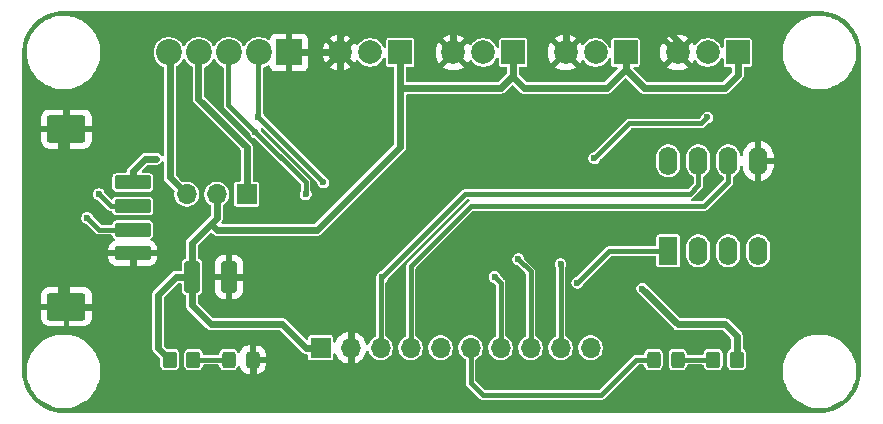
<source format=gbr>
%TF.GenerationSoftware,KiCad,Pcbnew,9.0.4*%
%TF.CreationDate,2025-09-26T20:26:33+07:00*%
%TF.ProjectId,ADS115ext,41445331-3135-4657-9874-2e6b69636164,rev?*%
%TF.SameCoordinates,Original*%
%TF.FileFunction,Copper,L1,Top*%
%TF.FilePolarity,Positive*%
%FSLAX46Y46*%
G04 Gerber Fmt 4.6, Leading zero omitted, Abs format (unit mm)*
G04 Created by KiCad (PCBNEW 9.0.4) date 2025-09-26 20:26:33*
%MOMM*%
%LPD*%
G01*
G04 APERTURE LIST*
G04 Aperture macros list*
%AMRoundRect*
0 Rectangle with rounded corners*
0 $1 Rounding radius*
0 $2 $3 $4 $5 $6 $7 $8 $9 X,Y pos of 4 corners*
0 Add a 4 corners polygon primitive as box body*
4,1,4,$2,$3,$4,$5,$6,$7,$8,$9,$2,$3,0*
0 Add four circle primitives for the rounded corners*
1,1,$1+$1,$2,$3*
1,1,$1+$1,$4,$5*
1,1,$1+$1,$6,$7*
1,1,$1+$1,$8,$9*
0 Add four rect primitives between the rounded corners*
20,1,$1+$1,$2,$3,$4,$5,0*
20,1,$1+$1,$4,$5,$6,$7,0*
20,1,$1+$1,$6,$7,$8,$9,0*
20,1,$1+$1,$8,$9,$2,$3,0*%
G04 Aperture macros list end*
%TA.AperFunction,SMDPad,CuDef*%
%ADD10RoundRect,0.250000X-1.300000X0.350000X-1.300000X-0.350000X1.300000X-0.350000X1.300000X0.350000X0*%
%TD*%
%TA.AperFunction,SMDPad,CuDef*%
%ADD11RoundRect,0.250001X-1.399999X0.899999X-1.399999X-0.899999X1.399999X-0.899999X1.399999X0.899999X0*%
%TD*%
%TA.AperFunction,SMDPad,CuDef*%
%ADD12RoundRect,0.250000X-0.350000X-0.450000X0.350000X-0.450000X0.350000X0.450000X-0.350000X0.450000X0*%
%TD*%
%TA.AperFunction,ComponentPad*%
%ADD13R,2.000000X2.000000*%
%TD*%
%TA.AperFunction,ComponentPad*%
%ADD14C,2.000000*%
%TD*%
%TA.AperFunction,SMDPad,CuDef*%
%ADD15RoundRect,0.250000X-0.412500X-1.100000X0.412500X-1.100000X0.412500X1.100000X-0.412500X1.100000X0*%
%TD*%
%TA.AperFunction,ComponentPad*%
%ADD16R,2.200000X2.200000*%
%TD*%
%TA.AperFunction,ComponentPad*%
%ADD17C,2.200000*%
%TD*%
%TA.AperFunction,ComponentPad*%
%ADD18R,1.700000X1.700000*%
%TD*%
%TA.AperFunction,ComponentPad*%
%ADD19O,1.700000X1.700000*%
%TD*%
%TA.AperFunction,ComponentPad*%
%ADD20R,1.600000X2.400000*%
%TD*%
%TA.AperFunction,ComponentPad*%
%ADD21O,1.600000X2.400000*%
%TD*%
%TA.AperFunction,SMDPad,CuDef*%
%ADD22RoundRect,0.250000X0.325000X0.450000X-0.325000X0.450000X-0.325000X-0.450000X0.325000X-0.450000X0*%
%TD*%
%TA.AperFunction,SMDPad,CuDef*%
%ADD23RoundRect,0.250000X-0.325000X-0.450000X0.325000X-0.450000X0.325000X0.450000X-0.325000X0.450000X0*%
%TD*%
%TA.AperFunction,ViaPad*%
%ADD24C,0.600000*%
%TD*%
%TA.AperFunction,Conductor*%
%ADD25C,0.600000*%
%TD*%
%TA.AperFunction,Conductor*%
%ADD26C,0.400000*%
%TD*%
%TA.AperFunction,Conductor*%
%ADD27C,1.000000*%
%TD*%
%TA.AperFunction,Conductor*%
%ADD28C,0.200000*%
%TD*%
G04 APERTURE END LIST*
D10*
%TO.P, PH2.0 4P,1,Pin_1*%
%TO.N,/VDD*%
X137850000Y-91000000D03*
%TO.P, PH2.0 4P,2,Pin_2*%
%TO.N,/SCL*%
X137850000Y-93000000D03*
%TO.P, PH2.0 4P,3,Pin_3*%
%TO.N,/SDA*%
X137850000Y-95000000D03*
%TO.P, PH2.0 4P,4,Pin_4*%
%TO.N,GND*%
X137850000Y-97000000D03*
D11*
%TO.P, PH2.0 4P,MP,MountPin*%
X132250000Y-86480000D03*
X132250000Y-101520000D03*
%TD*%
D12*
%TO.P,R2,1*%
%TO.N,/VDD*%
X141000000Y-106000000D03*
%TO.P,R2,2*%
%TO.N,Net-(D2-K)*%
X143000000Y-106000000D03*
%TD*%
D13*
%TO.P,G A0 VDD,1,Pin_1*%
%TO.N,/VDD*%
X160500000Y-80000000D03*
D14*
%TO.P,G A0 VDD,2,Pin_2*%
%TO.N,/A0*%
X157960000Y-80000000D03*
%TO.P,G A0 VDD,3,Pin_3*%
%TO.N,GND*%
X155420000Y-80000000D03*
%TD*%
D15*
%TO.P,C1,1*%
%TO.N,/VDD*%
X142875000Y-99000000D03*
%TO.P,C1,2*%
%TO.N,GND*%
X146000000Y-99000000D03*
%TD*%
D12*
%TO.P,R1,1*%
%TO.N,Net-(D1-K)*%
X187000000Y-106000000D03*
%TO.P,R1,2*%
%TO.N,/VDD*%
X189000000Y-106000000D03*
%TD*%
D16*
%TO.P,5V 3.3V SCL SDA GND,1,Pin_1*%
%TO.N,GND*%
X151080000Y-80000000D03*
D17*
%TO.P,5V 3.3V SCL SDA GND,2,Pin_2*%
%TO.N,/SDA*%
X148540000Y-80000000D03*
%TO.P,5V 3.3V SCL SDA GND,3,Pin_3*%
%TO.N,/SCL*%
X146000000Y-80000000D03*
%TO.P,5V 3.3V SCL SDA GND,4,Pin_4*%
%TO.N,+3.3V*%
X143460000Y-80000000D03*
%TO.P,5V 3.3V SCL SDA GND,5,Pin_5*%
%TO.N,+5V*%
X140920000Y-80000000D03*
%TD*%
D18*
%TO.P,VDD,1,Pin_1*%
%TO.N,/VDD*%
X153760000Y-105000000D03*
D19*
%TO.P,VDD,2,Pin_2*%
%TO.N,GND*%
X156300000Y-105000000D03*
%TO.P,VDD,3,Pin_3*%
%TO.N,/SCL*%
X158840000Y-105000000D03*
%TO.P,VDD,4,Pin_4*%
%TO.N,/SDA*%
X161380000Y-105000000D03*
%TO.P,VDD,5,Pin_5*%
%TO.N,/ADDR*%
X163920000Y-105000000D03*
%TO.P,VDD,6,Pin_6*%
%TO.N,/ALRT*%
X166460000Y-105000000D03*
%TO.P,VDD,7,Pin_7*%
%TO.N,/A0*%
X169000000Y-105000000D03*
%TO.P,VDD,8,Pin_8*%
%TO.N,/A1*%
X171540000Y-105000000D03*
%TO.P,VDD,9,Pin_9*%
%TO.N,/A2*%
X174080000Y-105000000D03*
%TO.P,VDD,10,Pin_10*%
%TO.N,/A3*%
X176620000Y-105000000D03*
%TD*%
D20*
%TO.P,SW1,1*%
%TO.N,/ADDR*%
X183200000Y-96800000D03*
D21*
%TO.P,SW1,2*%
X185740000Y-96800000D03*
%TO.P,SW1,3*%
X188280000Y-96800000D03*
%TO.P,SW1,4*%
X190820000Y-96800000D03*
%TO.P,SW1,5*%
%TO.N,GND*%
X190820000Y-89180000D03*
%TO.P,SW1,6*%
%TO.N,/SDA*%
X188280000Y-89180000D03*
%TO.P,SW1,7*%
%TO.N,/SCL*%
X185740000Y-89180000D03*
%TO.P,SW1,8*%
%TO.N,/VDD*%
X183200000Y-89180000D03*
%TD*%
D13*
%TO.P,G A3 VDD,1,Pin_1*%
%TO.N,/VDD*%
X189080000Y-80000000D03*
D14*
%TO.P,G A3 VDD,2,Pin_2*%
%TO.N,/A3*%
X186540000Y-80000000D03*
%TO.P,G A3 VDD,3,Pin_3*%
%TO.N,GND*%
X184000000Y-80000000D03*
%TD*%
D13*
%TO.P,G A2 VDD,1,Pin_1*%
%TO.N,/VDD*%
X179580000Y-80000000D03*
D14*
%TO.P,G A2 VDD,2,Pin_2*%
%TO.N,/A2*%
X177040000Y-80000000D03*
%TO.P,G A2 VDD,3,Pin_3*%
%TO.N,GND*%
X174500000Y-80000000D03*
%TD*%
D13*
%TO.P,G A1 VDD,1,Pin_1*%
%TO.N,/VDD*%
X170080000Y-80000000D03*
D14*
%TO.P,G A1 VDD,2,Pin_2*%
%TO.N,/A1*%
X167540000Y-80000000D03*
%TO.P,G A1 VDD,3,Pin_3*%
%TO.N,GND*%
X165000000Y-80000000D03*
%TD*%
D22*
%TO.P,D1,1,K*%
%TO.N,Net-(D1-K)*%
X184000000Y-106000000D03*
%TO.P,D1,2,A*%
%TO.N,/ALRT*%
X181950000Y-106000000D03*
%TD*%
D18*
%TO.P,J8,1,Pin_1*%
%TO.N,+3.3V*%
X147500000Y-92000000D03*
D19*
%TO.P,J8,2,Pin_2*%
%TO.N,/VDD*%
X144960000Y-92000000D03*
%TO.P,J8,3,Pin_3*%
%TO.N,+5V*%
X142420000Y-92000000D03*
%TD*%
D23*
%TO.P,D2,1,K*%
%TO.N,Net-(D2-K)*%
X145975000Y-106000000D03*
%TO.P,D2,2,A*%
%TO.N,GND*%
X148025000Y-106000000D03*
%TD*%
D24*
%TO.N,/VDD*%
X181000000Y-100000000D03*
X139850000Y-89000000D03*
%TO.N,GND*%
X152000000Y-87500000D03*
X151000000Y-99000000D03*
X134000000Y-84000000D03*
%TO.N,/A2*%
X174080000Y-97920000D03*
%TO.N,/SDA*%
X154000000Y-91000000D03*
X134000000Y-94000000D03*
X148500000Y-85424264D03*
%TO.N,/ADDR*%
X175500000Y-99500000D03*
%TO.N,/A0*%
X168500000Y-99000000D03*
%TO.N,/A3*%
X176940000Y-88940000D03*
X186500000Y-85500000D03*
%TO.N,/SCL*%
X159000000Y-99000000D03*
X148250000Y-86750000D03*
X152500000Y-92000000D03*
X135000000Y-92000000D03*
%TO.N,/A1*%
X170500000Y-97500000D03*
%TD*%
D25*
%TO.N,/VDD*%
X184000000Y-103000000D02*
X188000000Y-103000000D01*
X141500000Y-99000000D02*
X140000000Y-100500000D01*
D26*
X170080000Y-80000000D02*
X170000000Y-80080000D01*
D25*
X171000000Y-83000000D02*
X178000000Y-83000000D01*
X142875000Y-101375000D02*
X142875000Y-99000000D01*
X139850000Y-89000000D02*
X138925000Y-89000000D01*
X188000000Y-83000000D02*
X189080000Y-81920000D01*
X144500000Y-103000000D02*
X142875000Y-101375000D01*
D26*
X170000000Y-80080000D02*
X170000000Y-82000000D01*
D25*
X150500000Y-103000000D02*
X144500000Y-103000000D01*
X160500000Y-88000000D02*
X160500000Y-80000000D01*
X144500000Y-94500000D02*
X145000000Y-95000000D01*
X153500000Y-95000000D02*
X154000000Y-94500000D01*
X189080000Y-81920000D02*
X189080000Y-80000000D01*
X189000000Y-104000000D02*
X189000000Y-106000000D01*
X138925000Y-89000000D02*
X137850000Y-90075000D01*
X153760000Y-105000000D02*
X152500000Y-105000000D01*
X152500000Y-105000000D02*
X150500000Y-103000000D01*
X169000000Y-83000000D02*
X170080000Y-81920000D01*
X178000000Y-83000000D02*
X179580000Y-81420000D01*
X154000000Y-94500000D02*
X160500000Y-88000000D01*
X181160000Y-83000000D02*
X188000000Y-83000000D01*
X170080000Y-81920000D02*
X170080000Y-80000000D01*
X188000000Y-103000000D02*
X189000000Y-104000000D01*
X170000000Y-82000000D02*
X171000000Y-83000000D01*
X142875000Y-96125000D02*
X142875000Y-99000000D01*
X144960000Y-94040000D02*
X142875000Y-96125000D01*
X144960000Y-92000000D02*
X144960000Y-94040000D01*
X160500000Y-83000000D02*
X169000000Y-83000000D01*
X179580000Y-81420000D02*
X181160000Y-83000000D01*
X145000000Y-95000000D02*
X153500000Y-95000000D01*
X179580000Y-81420000D02*
X179580000Y-80000000D01*
X137850000Y-90075000D02*
X137850000Y-91000000D01*
X142875000Y-99000000D02*
X141500000Y-99000000D01*
X140000000Y-100500000D02*
X140000000Y-105000000D01*
X181000000Y-100000000D02*
X184000000Y-103000000D01*
D26*
X160500000Y-80000000D02*
X160500000Y-83000000D01*
D25*
X140000000Y-105000000D02*
X141000000Y-106000000D01*
%TO.N,GND*%
X156300000Y-105000000D02*
X156300000Y-106700000D01*
X155420000Y-84080000D02*
X155420000Y-80000000D01*
X156300000Y-101800000D02*
X156300000Y-105000000D01*
X152000000Y-87500000D02*
X155420000Y-84080000D01*
X151000000Y-99000000D02*
X153500000Y-99000000D01*
X153500000Y-99000000D02*
X156300000Y-101800000D01*
X183000000Y-78000000D02*
X184000000Y-79000000D01*
X155420000Y-78580000D02*
X156000000Y-78000000D01*
X174500000Y-80000000D02*
X174500000Y-78000000D01*
X151040000Y-80000000D02*
X155420000Y-80000000D01*
X146000000Y-99000000D02*
X151000000Y-99000000D01*
X137850000Y-97000000D02*
X137850000Y-99150000D01*
X154000000Y-109000000D02*
X149000000Y-109000000D01*
X184000000Y-79000000D02*
X184000000Y-80000000D01*
D27*
X132000000Y-86730000D02*
X132000000Y-101270000D01*
D25*
X148025000Y-108025000D02*
X148025000Y-106000000D01*
X165000000Y-78000000D02*
X175000000Y-78000000D01*
D27*
X132000000Y-101270000D02*
X132250000Y-101520000D01*
D25*
X134000000Y-84000000D02*
X133000000Y-84000000D01*
X133000000Y-84000000D02*
X132250000Y-84750000D01*
X135480000Y-101520000D02*
X132250000Y-101520000D01*
X165000000Y-78000000D02*
X165000000Y-79000000D01*
X149000000Y-109000000D02*
X148025000Y-108025000D01*
X132250000Y-84750000D02*
X132250000Y-86480000D01*
D27*
X132250000Y-86480000D02*
X132000000Y-86730000D01*
D25*
X156300000Y-106700000D02*
X154000000Y-109000000D01*
D26*
X165000000Y-79000000D02*
X165000000Y-80000000D01*
D25*
X155420000Y-80000000D02*
X155420000Y-78580000D01*
X175000000Y-78000000D02*
X183000000Y-78000000D01*
X137850000Y-99150000D02*
X135480000Y-101520000D01*
X156000000Y-78000000D02*
X165000000Y-78000000D01*
D26*
%TO.N,/ALRT*%
X166460000Y-105000000D02*
X166460000Y-107960000D01*
X166460000Y-107960000D02*
X167500000Y-109000000D01*
X180500000Y-106000000D02*
X181950000Y-106000000D01*
X177500000Y-109000000D02*
X180500000Y-106000000D01*
X167500000Y-109000000D02*
X177500000Y-109000000D01*
%TO.N,Net-(D1-K)*%
X187000000Y-106000000D02*
X184000000Y-106000000D01*
%TO.N,Net-(D2-K)*%
X143000000Y-106000000D02*
X145975000Y-106000000D01*
%TO.N,/A2*%
X174080000Y-97920000D02*
X174080000Y-105000000D01*
%TO.N,/SDA*%
X148500000Y-85424264D02*
X148500000Y-80000000D01*
X134000000Y-94000000D02*
X135000000Y-95000000D01*
X188280000Y-90950000D02*
X188280000Y-89180000D01*
X135000000Y-95000000D02*
X137850000Y-95000000D01*
X166500000Y-93000000D02*
X161380000Y-98120000D01*
X154000000Y-90924264D02*
X148500000Y-85424264D01*
X186230000Y-93000000D02*
X166500000Y-93000000D01*
X188280000Y-90950000D02*
X186230000Y-93000000D01*
X161380000Y-98120000D02*
X161380000Y-105000000D01*
D28*
X154000000Y-91000000D02*
X154000000Y-90924264D01*
D26*
%TO.N,/ADDR*%
X175500000Y-99500000D02*
X178200000Y-96800000D01*
X178200000Y-96800000D02*
X183200000Y-96800000D01*
%TO.N,/A0*%
X169000000Y-105000000D02*
X169000000Y-99500000D01*
X169000000Y-99500000D02*
X168500000Y-99000000D01*
%TO.N,/A3*%
X179880000Y-86000000D02*
X186000000Y-86000000D01*
X186000000Y-86000000D02*
X186500000Y-85500000D01*
X176940000Y-88940000D02*
X179880000Y-86000000D01*
%TO.N,/SCL*%
X135000000Y-92000000D02*
X136000000Y-93000000D01*
X159000000Y-99000000D02*
X166000000Y-92000000D01*
X185000000Y-92000000D02*
X185740000Y-91260000D01*
X168000000Y-92000000D02*
X185000000Y-92000000D01*
X152500000Y-91000000D02*
X152500000Y-92000000D01*
X148250000Y-86750000D02*
X145960000Y-84460000D01*
X148250000Y-86750000D02*
X152500000Y-91000000D01*
X185740000Y-91260000D02*
X185740000Y-89180000D01*
X136000000Y-93000000D02*
X137850000Y-93000000D01*
D28*
X158840000Y-99160000D02*
X159000000Y-99000000D01*
D26*
X158840000Y-105000000D02*
X158840000Y-99160000D01*
X166000000Y-92000000D02*
X168000000Y-92000000D01*
X145960000Y-84460000D02*
X145960000Y-80000000D01*
%TO.N,/A1*%
X171540000Y-105000000D02*
X171540000Y-98540000D01*
X171540000Y-98540000D02*
X170500000Y-97500000D01*
D25*
%TO.N,+3.3V*%
X147500000Y-88000000D02*
X147500000Y-92000000D01*
X143420000Y-83920000D02*
X147500000Y-88000000D01*
X143420000Y-80000000D02*
X143420000Y-83920000D01*
%TO.N,+5V*%
X141000000Y-90580000D02*
X142420000Y-92000000D01*
X141000000Y-80120000D02*
X141000000Y-90580000D01*
D28*
X140880000Y-80000000D02*
X141000000Y-80120000D01*
%TD*%
%TA.AperFunction,Conductor*%
%TO.N,GND*%
G36*
X196003032Y-76500648D02*
G01*
X196336929Y-76517052D01*
X196349037Y-76518245D01*
X196452146Y-76533539D01*
X196676699Y-76566849D01*
X196688617Y-76569219D01*
X197009951Y-76649709D01*
X197021588Y-76653240D01*
X197092806Y-76678722D01*
X197333467Y-76764832D01*
X197344688Y-76769479D01*
X197644163Y-76911120D01*
X197654871Y-76916844D01*
X197938988Y-77087137D01*
X197949106Y-77093897D01*
X198215170Y-77291224D01*
X198224576Y-77298944D01*
X198470013Y-77521395D01*
X198478604Y-77529986D01*
X198618636Y-77684487D01*
X198701055Y-77775423D01*
X198708775Y-77784829D01*
X198906102Y-78050893D01*
X198912862Y-78061011D01*
X199041776Y-78276092D01*
X199083148Y-78345116D01*
X199088885Y-78355848D01*
X199230514Y-78655297D01*
X199235170Y-78666540D01*
X199346759Y-78978411D01*
X199350292Y-78990055D01*
X199430777Y-79311369D01*
X199433151Y-79323305D01*
X199481754Y-79650962D01*
X199482947Y-79663071D01*
X199499351Y-79996966D01*
X199499500Y-80003051D01*
X199499500Y-106996948D01*
X199499351Y-107003033D01*
X199482947Y-107336928D01*
X199481754Y-107349037D01*
X199433151Y-107676694D01*
X199430777Y-107688630D01*
X199350292Y-108009944D01*
X199346759Y-108021588D01*
X199235170Y-108333459D01*
X199230514Y-108344702D01*
X199088885Y-108644151D01*
X199083148Y-108654883D01*
X198912862Y-108938988D01*
X198906102Y-108949106D01*
X198708775Y-109215170D01*
X198701055Y-109224576D01*
X198478611Y-109470006D01*
X198470006Y-109478611D01*
X198224576Y-109701055D01*
X198215170Y-109708775D01*
X197949106Y-109906102D01*
X197938988Y-109912862D01*
X197654883Y-110083148D01*
X197644151Y-110088885D01*
X197344702Y-110230514D01*
X197333459Y-110235170D01*
X197021588Y-110346759D01*
X197009944Y-110350292D01*
X196688630Y-110430777D01*
X196676694Y-110433151D01*
X196349037Y-110481754D01*
X196336928Y-110482947D01*
X196021989Y-110498419D01*
X196003031Y-110499351D01*
X195996949Y-110499500D01*
X132003051Y-110499500D01*
X131996968Y-110499351D01*
X131976900Y-110498365D01*
X131663071Y-110482947D01*
X131650962Y-110481754D01*
X131323305Y-110433151D01*
X131311369Y-110430777D01*
X130990055Y-110350292D01*
X130978411Y-110346759D01*
X130666540Y-110235170D01*
X130655301Y-110230515D01*
X130355844Y-110088883D01*
X130345121Y-110083150D01*
X130061011Y-109912862D01*
X130050893Y-109906102D01*
X129784829Y-109708775D01*
X129775423Y-109701055D01*
X129736475Y-109665755D01*
X129529986Y-109478604D01*
X129521395Y-109470013D01*
X129298944Y-109224576D01*
X129291224Y-109215170D01*
X129093897Y-108949106D01*
X129087137Y-108938988D01*
X128916844Y-108654871D01*
X128911120Y-108644163D01*
X128769479Y-108344688D01*
X128764829Y-108333459D01*
X128719192Y-108205913D01*
X128653240Y-108021588D01*
X128649707Y-108009944D01*
X128629328Y-107928585D01*
X128569219Y-107688617D01*
X128566848Y-107676694D01*
X128566576Y-107674862D01*
X128518245Y-107349037D01*
X128517052Y-107336927D01*
X128500649Y-107003032D01*
X128500500Y-106996948D01*
X128500500Y-106825875D01*
X128899500Y-106825875D01*
X128899500Y-107174124D01*
X128938489Y-107520158D01*
X128938491Y-107520170D01*
X129015982Y-107859684D01*
X129015985Y-107859692D01*
X129130999Y-108188382D01*
X129282092Y-108502130D01*
X129467371Y-108796999D01*
X129467372Y-108797001D01*
X129684487Y-109069256D01*
X129930743Y-109315512D01*
X130202998Y-109532627D01*
X130203001Y-109532628D01*
X130203003Y-109532630D01*
X130497867Y-109717906D01*
X130811621Y-109869002D01*
X131058488Y-109955384D01*
X131140307Y-109984014D01*
X131140315Y-109984017D01*
X131140318Y-109984017D01*
X131140319Y-109984018D01*
X131479829Y-110061509D01*
X131825876Y-110100499D01*
X131825877Y-110100500D01*
X131825880Y-110100500D01*
X132174123Y-110100500D01*
X132174123Y-110100499D01*
X132520171Y-110061509D01*
X132859681Y-109984018D01*
X133188379Y-109869002D01*
X133502133Y-109717906D01*
X133796997Y-109532630D01*
X133869865Y-109474520D01*
X134069256Y-109315512D01*
X134069258Y-109315509D01*
X134069263Y-109315506D01*
X134315506Y-109069263D01*
X134419397Y-108938988D01*
X134532627Y-108797001D01*
X134532628Y-108796999D01*
X134532630Y-108796997D01*
X134717906Y-108502133D01*
X134869002Y-108188379D01*
X134984018Y-107859681D01*
X135061509Y-107520171D01*
X135100500Y-107174120D01*
X135100500Y-106825880D01*
X135061509Y-106479829D01*
X134984018Y-106140319D01*
X134869002Y-105811621D01*
X134717906Y-105497867D01*
X134532630Y-105203003D01*
X134532628Y-105203000D01*
X134532627Y-105202998D01*
X134315512Y-104930743D01*
X134069256Y-104684487D01*
X133797001Y-104467372D01*
X133796999Y-104467371D01*
X133502130Y-104282092D01*
X133188382Y-104130999D01*
X132859692Y-104015985D01*
X132859684Y-104015982D01*
X132605048Y-103957863D01*
X132520171Y-103938491D01*
X132520167Y-103938490D01*
X132520158Y-103938489D01*
X132174124Y-103899500D01*
X132174120Y-103899500D01*
X131825880Y-103899500D01*
X131825875Y-103899500D01*
X131479841Y-103938489D01*
X131479829Y-103938491D01*
X131140315Y-104015982D01*
X131140307Y-104015985D01*
X130811617Y-104130999D01*
X130497869Y-104282092D01*
X130203000Y-104467371D01*
X130202998Y-104467372D01*
X129930743Y-104684487D01*
X129684487Y-104930743D01*
X129467372Y-105202998D01*
X129467371Y-105203000D01*
X129282092Y-105497869D01*
X129130999Y-105811617D01*
X129015985Y-106140307D01*
X129015982Y-106140315D01*
X128938491Y-106479829D01*
X128938489Y-106479841D01*
X128899500Y-106825875D01*
X128500500Y-106825875D01*
X128500500Y-102469985D01*
X130100000Y-102469985D01*
X130110493Y-102572689D01*
X130110494Y-102572696D01*
X130165641Y-102739118D01*
X130165643Y-102739123D01*
X130257684Y-102888344D01*
X130381655Y-103012315D01*
X130530876Y-103104356D01*
X130530881Y-103104358D01*
X130697303Y-103159505D01*
X130697310Y-103159506D01*
X130800014Y-103169999D01*
X130800027Y-103170000D01*
X132000000Y-103170000D01*
X132500000Y-103170000D01*
X133699973Y-103170000D01*
X133699985Y-103169999D01*
X133802689Y-103159506D01*
X133802696Y-103159505D01*
X133969118Y-103104358D01*
X133969123Y-103104356D01*
X134118344Y-103012315D01*
X134242315Y-102888344D01*
X134334356Y-102739123D01*
X134334358Y-102739118D01*
X134389505Y-102572696D01*
X134389506Y-102572689D01*
X134399999Y-102469985D01*
X134400000Y-102469972D01*
X134400000Y-101770000D01*
X132500000Y-101770000D01*
X132500000Y-103170000D01*
X132000000Y-103170000D01*
X132000000Y-101770000D01*
X130100000Y-101770000D01*
X130100000Y-102469985D01*
X128500500Y-102469985D01*
X128500500Y-100570014D01*
X130100000Y-100570014D01*
X130100000Y-101270000D01*
X132000000Y-101270000D01*
X132500000Y-101270000D01*
X134400000Y-101270000D01*
X134400000Y-100570027D01*
X134399999Y-100570014D01*
X134389506Y-100467310D01*
X134389505Y-100467305D01*
X134388736Y-100464983D01*
X134388735Y-100464981D01*
X134378505Y-100434108D01*
X139499500Y-100434108D01*
X139499500Y-104934107D01*
X139499500Y-104934108D01*
X139499500Y-105065892D01*
X139508505Y-105099500D01*
X139533608Y-105193187D01*
X139553621Y-105227850D01*
X139599500Y-105307314D01*
X139599502Y-105307316D01*
X140163181Y-105870995D01*
X140196666Y-105932318D01*
X140199500Y-105958676D01*
X140199500Y-106504269D01*
X140202353Y-106534699D01*
X140202353Y-106534701D01*
X140247206Y-106662880D01*
X140247207Y-106662882D01*
X140327850Y-106772150D01*
X140437118Y-106852793D01*
X140465391Y-106862686D01*
X140565299Y-106897646D01*
X140595730Y-106900500D01*
X140595734Y-106900500D01*
X141404270Y-106900500D01*
X141434699Y-106897646D01*
X141434701Y-106897646D01*
X141498790Y-106875219D01*
X141562882Y-106852793D01*
X141672150Y-106772150D01*
X141752793Y-106662882D01*
X141782394Y-106578287D01*
X141797646Y-106534701D01*
X141797646Y-106534699D01*
X141800500Y-106504269D01*
X141800500Y-105495730D01*
X142199500Y-105495730D01*
X142199500Y-106504269D01*
X142202353Y-106534699D01*
X142202353Y-106534701D01*
X142247206Y-106662880D01*
X142247207Y-106662882D01*
X142327850Y-106772150D01*
X142437118Y-106852793D01*
X142465391Y-106862686D01*
X142565299Y-106897646D01*
X142595730Y-106900500D01*
X142595734Y-106900500D01*
X143404270Y-106900500D01*
X143434699Y-106897646D01*
X143434701Y-106897646D01*
X143498790Y-106875219D01*
X143562882Y-106852793D01*
X143672150Y-106772150D01*
X143752793Y-106662882D01*
X143782394Y-106578287D01*
X143797646Y-106534701D01*
X143797646Y-106534699D01*
X143799689Y-106512921D01*
X143825547Y-106448013D01*
X143882393Y-106407388D01*
X143923147Y-106400500D01*
X145076853Y-106400500D01*
X145143892Y-106420185D01*
X145189647Y-106472989D01*
X145200311Y-106512921D01*
X145202353Y-106534699D01*
X145202353Y-106534701D01*
X145247206Y-106662880D01*
X145247207Y-106662882D01*
X145327850Y-106772150D01*
X145437118Y-106852793D01*
X145465391Y-106862686D01*
X145565299Y-106897646D01*
X145595730Y-106900500D01*
X145595734Y-106900500D01*
X146354270Y-106900500D01*
X146384699Y-106897646D01*
X146384701Y-106897646D01*
X146448790Y-106875219D01*
X146512882Y-106852793D01*
X146622150Y-106772150D01*
X146702793Y-106662882D01*
X146725158Y-106598964D01*
X146765877Y-106542192D01*
X146830830Y-106516444D01*
X146899392Y-106529900D01*
X146949795Y-106578287D01*
X146959904Y-106600917D01*
X147015642Y-106769121D01*
X147015643Y-106769124D01*
X147107684Y-106918345D01*
X147231654Y-107042315D01*
X147380875Y-107134356D01*
X147380880Y-107134358D01*
X147547302Y-107189505D01*
X147547309Y-107189506D01*
X147650019Y-107199999D01*
X147774999Y-107199999D01*
X148275000Y-107199999D01*
X148399972Y-107199999D01*
X148399986Y-107199998D01*
X148502697Y-107189505D01*
X148669119Y-107134358D01*
X148669124Y-107134356D01*
X148818345Y-107042315D01*
X148942315Y-106918345D01*
X149034356Y-106769124D01*
X149034358Y-106769119D01*
X149089505Y-106602697D01*
X149089506Y-106602690D01*
X149099999Y-106499986D01*
X149100000Y-106499973D01*
X149100000Y-106250000D01*
X148275000Y-106250000D01*
X148275000Y-107199999D01*
X147774999Y-107199999D01*
X147775000Y-107199998D01*
X147775000Y-105750000D01*
X148275000Y-105750000D01*
X149099999Y-105750000D01*
X149099999Y-105500028D01*
X149099998Y-105500013D01*
X149089505Y-105397302D01*
X149034358Y-105230880D01*
X149034356Y-105230875D01*
X148942315Y-105081654D01*
X148818345Y-104957684D01*
X148669124Y-104865643D01*
X148669119Y-104865641D01*
X148502697Y-104810494D01*
X148502690Y-104810493D01*
X148399986Y-104800000D01*
X148275000Y-104800000D01*
X148275000Y-105750000D01*
X147775000Y-105750000D01*
X147775000Y-104800000D01*
X147650027Y-104800000D01*
X147650012Y-104800001D01*
X147547302Y-104810494D01*
X147380880Y-104865641D01*
X147380875Y-104865643D01*
X147231654Y-104957684D01*
X147107684Y-105081654D01*
X147015643Y-105230875D01*
X147015641Y-105230880D01*
X146959905Y-105399082D01*
X146920132Y-105456527D01*
X146855617Y-105483350D01*
X146786841Y-105471035D01*
X146735641Y-105423492D01*
X146725158Y-105401033D01*
X146702793Y-105337119D01*
X146702792Y-105337117D01*
X146680798Y-105307316D01*
X146622150Y-105227850D01*
X146512882Y-105147207D01*
X146512880Y-105147206D01*
X146384700Y-105102353D01*
X146354270Y-105099500D01*
X146354266Y-105099500D01*
X145595734Y-105099500D01*
X145595730Y-105099500D01*
X145565300Y-105102353D01*
X145565298Y-105102353D01*
X145437119Y-105147206D01*
X145437117Y-105147207D01*
X145327850Y-105227850D01*
X145247207Y-105337117D01*
X145247206Y-105337119D01*
X145202353Y-105465298D01*
X145202353Y-105465300D01*
X145200311Y-105487079D01*
X145174453Y-105551987D01*
X145117607Y-105592612D01*
X145076853Y-105599500D01*
X143923147Y-105599500D01*
X143856108Y-105579815D01*
X143810353Y-105527011D01*
X143799689Y-105487079D01*
X143797646Y-105465300D01*
X143797646Y-105465298D01*
X143752793Y-105337119D01*
X143752792Y-105337117D01*
X143730798Y-105307316D01*
X143672150Y-105227850D01*
X143562882Y-105147207D01*
X143562880Y-105147206D01*
X143434700Y-105102353D01*
X143404270Y-105099500D01*
X143404266Y-105099500D01*
X142595734Y-105099500D01*
X142595730Y-105099500D01*
X142565300Y-105102353D01*
X142565298Y-105102353D01*
X142437119Y-105147206D01*
X142437117Y-105147207D01*
X142327850Y-105227850D01*
X142247207Y-105337117D01*
X142247206Y-105337119D01*
X142202353Y-105465298D01*
X142202353Y-105465300D01*
X142199500Y-105495730D01*
X141800500Y-105495730D01*
X141797646Y-105465300D01*
X141797646Y-105465298D01*
X141752793Y-105337119D01*
X141752792Y-105337117D01*
X141730798Y-105307316D01*
X141672150Y-105227850D01*
X141562882Y-105147207D01*
X141562880Y-105147206D01*
X141434700Y-105102353D01*
X141404270Y-105099500D01*
X141404266Y-105099500D01*
X140858676Y-105099500D01*
X140791637Y-105079815D01*
X140770995Y-105063181D01*
X140536819Y-104829005D01*
X140503334Y-104767682D01*
X140500500Y-104741324D01*
X140500500Y-100758676D01*
X140520185Y-100691637D01*
X140536819Y-100670995D01*
X141670995Y-99536819D01*
X141697922Y-99522115D01*
X141723741Y-99505523D01*
X141729941Y-99504631D01*
X141732318Y-99503334D01*
X141758676Y-99500500D01*
X141888000Y-99500500D01*
X141955039Y-99520185D01*
X142000794Y-99572989D01*
X142012000Y-99624500D01*
X142012000Y-100154269D01*
X142014853Y-100184699D01*
X142014853Y-100184701D01*
X142057759Y-100307316D01*
X142059707Y-100312882D01*
X142140350Y-100422150D01*
X142249618Y-100502793D01*
X142249621Y-100502794D01*
X142291452Y-100517431D01*
X142348229Y-100558151D01*
X142373978Y-100623103D01*
X142374500Y-100634473D01*
X142374500Y-101440891D01*
X142408608Y-101568187D01*
X142441554Y-101625250D01*
X142474500Y-101682314D01*
X144099500Y-103307314D01*
X144192686Y-103400500D01*
X144306814Y-103466392D01*
X144434108Y-103500500D01*
X150241324Y-103500500D01*
X150308363Y-103520185D01*
X150329005Y-103536819D01*
X152192686Y-105400500D01*
X152289727Y-105456527D01*
X152304922Y-105465300D01*
X152306814Y-105466392D01*
X152434107Y-105500500D01*
X152434108Y-105500500D01*
X152585500Y-105500500D01*
X152652539Y-105520185D01*
X152698294Y-105572989D01*
X152709500Y-105624500D01*
X152709500Y-105869752D01*
X152721131Y-105928229D01*
X152721132Y-105928230D01*
X152765447Y-105994552D01*
X152831769Y-106038867D01*
X152831770Y-106038868D01*
X152890247Y-106050499D01*
X152890250Y-106050500D01*
X152890252Y-106050500D01*
X154629750Y-106050500D01*
X154629751Y-106050499D01*
X154644568Y-106047552D01*
X154688229Y-106038868D01*
X154688229Y-106038867D01*
X154688231Y-106038867D01*
X154754552Y-105994552D01*
X154798867Y-105928231D01*
X154798867Y-105928229D01*
X154798868Y-105928229D01*
X154810499Y-105869752D01*
X154810500Y-105869750D01*
X154810500Y-105566048D01*
X154830185Y-105499009D01*
X154882989Y-105453254D01*
X154952147Y-105443310D01*
X155015703Y-105472335D01*
X155045938Y-105514264D01*
X155046694Y-105513879D01*
X155145379Y-105707557D01*
X155270272Y-105879459D01*
X155270276Y-105879464D01*
X155420535Y-106029723D01*
X155420540Y-106029727D01*
X155592442Y-106154620D01*
X155781782Y-106251095D01*
X155983871Y-106316757D01*
X156050000Y-106327231D01*
X156050000Y-105433012D01*
X156107007Y-105465925D01*
X156234174Y-105500000D01*
X156365826Y-105500000D01*
X156492993Y-105465925D01*
X156550000Y-105433012D01*
X156550000Y-106327230D01*
X156616126Y-106316757D01*
X156616129Y-106316757D01*
X156818217Y-106251095D01*
X157007557Y-106154620D01*
X157179459Y-106029727D01*
X157179464Y-106029723D01*
X157329723Y-105879464D01*
X157329727Y-105879459D01*
X157454620Y-105707557D01*
X157551095Y-105518217D01*
X157608343Y-105342026D01*
X157647780Y-105284351D01*
X157712139Y-105257152D01*
X157780985Y-105269066D01*
X157832461Y-105316310D01*
X157840833Y-105332887D01*
X157869060Y-105401033D01*
X157896132Y-105466391D01*
X157909059Y-105497598D01*
X157910998Y-105500500D01*
X158024024Y-105669657D01*
X158170342Y-105815975D01*
X158170345Y-105815977D01*
X158342402Y-105930941D01*
X158533580Y-106010130D01*
X158678052Y-106038867D01*
X158736530Y-106050499D01*
X158736534Y-106050500D01*
X158736535Y-106050500D01*
X158943466Y-106050500D01*
X158943467Y-106050499D01*
X159146420Y-106010130D01*
X159337598Y-105930941D01*
X159509655Y-105815977D01*
X159655977Y-105669655D01*
X159770941Y-105497598D01*
X159850130Y-105306420D01*
X159890500Y-105103465D01*
X159890500Y-104896535D01*
X159850130Y-104693580D01*
X159770941Y-104502402D01*
X159655977Y-104330345D01*
X159655975Y-104330342D01*
X159509655Y-104184022D01*
X159337604Y-104069062D01*
X159337599Y-104069060D01*
X159337598Y-104069059D01*
X159317045Y-104060545D01*
X159262643Y-104016704D01*
X159240579Y-103950410D01*
X159240500Y-103945985D01*
X159240500Y-99510666D01*
X159260185Y-99443627D01*
X159302503Y-99403277D01*
X159307314Y-99400500D01*
X159400500Y-99307314D01*
X159466392Y-99193186D01*
X159491900Y-99097986D01*
X159523992Y-99042399D01*
X166129574Y-92436819D01*
X166190897Y-92403334D01*
X166217255Y-92400500D01*
X166274590Y-92400500D01*
X166277520Y-92401360D01*
X166280490Y-92400640D01*
X166310833Y-92411142D01*
X166341629Y-92420185D01*
X166343629Y-92422493D01*
X166346517Y-92423493D01*
X166366368Y-92448735D01*
X166387384Y-92472989D01*
X166387818Y-92476011D01*
X166389708Y-92478414D01*
X166392759Y-92510376D01*
X166397328Y-92542147D01*
X166396058Y-92544926D01*
X166396349Y-92547967D01*
X166381640Y-92576497D01*
X166368303Y-92605703D01*
X166365310Y-92608173D01*
X166364333Y-92610070D01*
X166336590Y-92631886D01*
X166279091Y-92665084D01*
X166271661Y-92669373D01*
X166254087Y-92679519D01*
X161059522Y-97874084D01*
X161059520Y-97874087D01*
X161006793Y-97965412D01*
X160992234Y-98019748D01*
X160992234Y-98019749D01*
X160992233Y-98019748D01*
X160979500Y-98067271D01*
X160979500Y-103945985D01*
X160959815Y-104013024D01*
X160907011Y-104058779D01*
X160902954Y-104060546D01*
X160882402Y-104069059D01*
X160882395Y-104069062D01*
X160710344Y-104184022D01*
X160564024Y-104330342D01*
X160449058Y-104502403D01*
X160369870Y-104693579D01*
X160369868Y-104693587D01*
X160329500Y-104896530D01*
X160329500Y-105103469D01*
X160369868Y-105306412D01*
X160369870Y-105306420D01*
X160436132Y-105466391D01*
X160449059Y-105497598D01*
X160450998Y-105500500D01*
X160564024Y-105669657D01*
X160710342Y-105815975D01*
X160710345Y-105815977D01*
X160882402Y-105930941D01*
X161073580Y-106010130D01*
X161218052Y-106038867D01*
X161276530Y-106050499D01*
X161276534Y-106050500D01*
X161276535Y-106050500D01*
X161483466Y-106050500D01*
X161483467Y-106050499D01*
X161686420Y-106010130D01*
X161877598Y-105930941D01*
X162049655Y-105815977D01*
X162195977Y-105669655D01*
X162310941Y-105497598D01*
X162390130Y-105306420D01*
X162430500Y-105103465D01*
X162430500Y-104896535D01*
X162430499Y-104896530D01*
X162869500Y-104896530D01*
X162869500Y-105103469D01*
X162909868Y-105306412D01*
X162909870Y-105306420D01*
X162976132Y-105466391D01*
X162989059Y-105497598D01*
X162990998Y-105500500D01*
X163104024Y-105669657D01*
X163250342Y-105815975D01*
X163250345Y-105815977D01*
X163422402Y-105930941D01*
X163613580Y-106010130D01*
X163758052Y-106038867D01*
X163816530Y-106050499D01*
X163816534Y-106050500D01*
X163816535Y-106050500D01*
X164023466Y-106050500D01*
X164023467Y-106050499D01*
X164226420Y-106010130D01*
X164417598Y-105930941D01*
X164589655Y-105815977D01*
X164735977Y-105669655D01*
X164850941Y-105497598D01*
X164930130Y-105306420D01*
X164970500Y-105103465D01*
X164970500Y-104896535D01*
X164970499Y-104896530D01*
X165409500Y-104896530D01*
X165409500Y-105103469D01*
X165449868Y-105306412D01*
X165449870Y-105306420D01*
X165516132Y-105466391D01*
X165529059Y-105497598D01*
X165530998Y-105500500D01*
X165644024Y-105669657D01*
X165790342Y-105815975D01*
X165790345Y-105815977D01*
X165962402Y-105930941D01*
X165982952Y-105939453D01*
X166037356Y-105983293D01*
X166059421Y-106049587D01*
X166059500Y-106054014D01*
X166059500Y-108012726D01*
X166086793Y-108114589D01*
X166113156Y-108160250D01*
X166139520Y-108205913D01*
X167254087Y-109320480D01*
X167345412Y-109373207D01*
X167447273Y-109400500D01*
X167447275Y-109400500D01*
X177552725Y-109400500D01*
X177552727Y-109400500D01*
X177654588Y-109373207D01*
X177745913Y-109320480D01*
X180629573Y-106436818D01*
X180690896Y-106403334D01*
X180717254Y-106400500D01*
X181051853Y-106400500D01*
X181118892Y-106420185D01*
X181164647Y-106472989D01*
X181175311Y-106512921D01*
X181177353Y-106534699D01*
X181177353Y-106534701D01*
X181222206Y-106662880D01*
X181222207Y-106662882D01*
X181302850Y-106772150D01*
X181412118Y-106852793D01*
X181440391Y-106862686D01*
X181540299Y-106897646D01*
X181570730Y-106900500D01*
X181570734Y-106900500D01*
X182329270Y-106900500D01*
X182359699Y-106897646D01*
X182359701Y-106897646D01*
X182423790Y-106875219D01*
X182487882Y-106852793D01*
X182597150Y-106772150D01*
X182677793Y-106662882D01*
X182707394Y-106578287D01*
X182722646Y-106534701D01*
X182722646Y-106534699D01*
X182725500Y-106504269D01*
X182725500Y-105495730D01*
X183224500Y-105495730D01*
X183224500Y-106504269D01*
X183227353Y-106534699D01*
X183227353Y-106534701D01*
X183272206Y-106662880D01*
X183272207Y-106662882D01*
X183352850Y-106772150D01*
X183462118Y-106852793D01*
X183490391Y-106862686D01*
X183590299Y-106897646D01*
X183620730Y-106900500D01*
X183620734Y-106900500D01*
X184379270Y-106900500D01*
X184409699Y-106897646D01*
X184409701Y-106897646D01*
X184473790Y-106875219D01*
X184537882Y-106852793D01*
X184647150Y-106772150D01*
X184727793Y-106662882D01*
X184757394Y-106578287D01*
X184772646Y-106534701D01*
X184772646Y-106534699D01*
X184774689Y-106512921D01*
X184800547Y-106448013D01*
X184857393Y-106407388D01*
X184898147Y-106400500D01*
X186076853Y-106400500D01*
X186143892Y-106420185D01*
X186189647Y-106472989D01*
X186200311Y-106512921D01*
X186202353Y-106534699D01*
X186202353Y-106534701D01*
X186247206Y-106662880D01*
X186247207Y-106662882D01*
X186327850Y-106772150D01*
X186437118Y-106852793D01*
X186465391Y-106862686D01*
X186565299Y-106897646D01*
X186595730Y-106900500D01*
X186595734Y-106900500D01*
X187404270Y-106900500D01*
X187434699Y-106897646D01*
X187434701Y-106897646D01*
X187498790Y-106875219D01*
X187562882Y-106852793D01*
X187672150Y-106772150D01*
X187752793Y-106662882D01*
X187782394Y-106578287D01*
X187797646Y-106534701D01*
X187797646Y-106534699D01*
X187800500Y-106504269D01*
X187800500Y-105495730D01*
X187797646Y-105465300D01*
X187797646Y-105465298D01*
X187752793Y-105337119D01*
X187752792Y-105337117D01*
X187730798Y-105307316D01*
X187672150Y-105227850D01*
X187562882Y-105147207D01*
X187562880Y-105147206D01*
X187434700Y-105102353D01*
X187404270Y-105099500D01*
X187404266Y-105099500D01*
X186595734Y-105099500D01*
X186595730Y-105099500D01*
X186565300Y-105102353D01*
X186565298Y-105102353D01*
X186437119Y-105147206D01*
X186437117Y-105147207D01*
X186327850Y-105227850D01*
X186247207Y-105337117D01*
X186247206Y-105337119D01*
X186202353Y-105465298D01*
X186202353Y-105465300D01*
X186200311Y-105487079D01*
X186174453Y-105551987D01*
X186117607Y-105592612D01*
X186076853Y-105599500D01*
X184898147Y-105599500D01*
X184831108Y-105579815D01*
X184785353Y-105527011D01*
X184774689Y-105487079D01*
X184772646Y-105465300D01*
X184772646Y-105465298D01*
X184727793Y-105337119D01*
X184727792Y-105337117D01*
X184705798Y-105307316D01*
X184647150Y-105227850D01*
X184537882Y-105147207D01*
X184537880Y-105147206D01*
X184409700Y-105102353D01*
X184379270Y-105099500D01*
X184379266Y-105099500D01*
X183620734Y-105099500D01*
X183620730Y-105099500D01*
X183590300Y-105102353D01*
X183590298Y-105102353D01*
X183462119Y-105147206D01*
X183462117Y-105147207D01*
X183352850Y-105227850D01*
X183272207Y-105337117D01*
X183272206Y-105337119D01*
X183227353Y-105465298D01*
X183227353Y-105465300D01*
X183224500Y-105495730D01*
X182725500Y-105495730D01*
X182722646Y-105465300D01*
X182722646Y-105465298D01*
X182677793Y-105337119D01*
X182677792Y-105337117D01*
X182655798Y-105307316D01*
X182597150Y-105227850D01*
X182487882Y-105147207D01*
X182487880Y-105147206D01*
X182359700Y-105102353D01*
X182329270Y-105099500D01*
X182329266Y-105099500D01*
X181570734Y-105099500D01*
X181570730Y-105099500D01*
X181540300Y-105102353D01*
X181540298Y-105102353D01*
X181412119Y-105147206D01*
X181412117Y-105147207D01*
X181302850Y-105227850D01*
X181222207Y-105337117D01*
X181222206Y-105337119D01*
X181177353Y-105465298D01*
X181177353Y-105465300D01*
X181175311Y-105487079D01*
X181149453Y-105551987D01*
X181092607Y-105592612D01*
X181051853Y-105599500D01*
X180560339Y-105599500D01*
X180560323Y-105599499D01*
X180552727Y-105599499D01*
X180447273Y-105599499D01*
X180379366Y-105617695D01*
X180345412Y-105626793D01*
X180254084Y-105679522D01*
X177370426Y-108563181D01*
X177309103Y-108596666D01*
X177282745Y-108599500D01*
X167717255Y-108599500D01*
X167650216Y-108579815D01*
X167629574Y-108563181D01*
X166896819Y-107830426D01*
X166863334Y-107769103D01*
X166860500Y-107742745D01*
X166860500Y-106054014D01*
X166880185Y-105986975D01*
X166932989Y-105941220D01*
X166937048Y-105939453D01*
X166957598Y-105930941D01*
X167129655Y-105815977D01*
X167275977Y-105669655D01*
X167390941Y-105497598D01*
X167470130Y-105306420D01*
X167510500Y-105103465D01*
X167510500Y-104896535D01*
X167510499Y-104896530D01*
X167949500Y-104896530D01*
X167949500Y-105103469D01*
X167989868Y-105306412D01*
X167989870Y-105306420D01*
X168056132Y-105466391D01*
X168069059Y-105497598D01*
X168070998Y-105500500D01*
X168184024Y-105669657D01*
X168330342Y-105815975D01*
X168330345Y-105815977D01*
X168502402Y-105930941D01*
X168693580Y-106010130D01*
X168838052Y-106038867D01*
X168896530Y-106050499D01*
X168896534Y-106050500D01*
X168896535Y-106050500D01*
X169103466Y-106050500D01*
X169103467Y-106050499D01*
X169306420Y-106010130D01*
X169497598Y-105930941D01*
X169669655Y-105815977D01*
X169815977Y-105669655D01*
X169930941Y-105497598D01*
X170010130Y-105306420D01*
X170050500Y-105103465D01*
X170050500Y-104896535D01*
X170010130Y-104693580D01*
X169930941Y-104502402D01*
X169815977Y-104330345D01*
X169815975Y-104330342D01*
X169669655Y-104184022D01*
X169497604Y-104069062D01*
X169497599Y-104069060D01*
X169497598Y-104069059D01*
X169477045Y-104060545D01*
X169422643Y-104016704D01*
X169400579Y-103950410D01*
X169400500Y-103945985D01*
X169400500Y-99447274D01*
X169400499Y-99447268D01*
X169400140Y-99445930D01*
X169398557Y-99440021D01*
X169373207Y-99345412D01*
X169346843Y-99299750D01*
X169320480Y-99254087D01*
X169245913Y-99179520D01*
X169245912Y-99179519D01*
X169241582Y-99175189D01*
X169241571Y-99175179D01*
X169023994Y-98957602D01*
X168991900Y-98902013D01*
X168966393Y-98806816D01*
X168966392Y-98806815D01*
X168966392Y-98806814D01*
X168900500Y-98692686D01*
X168807314Y-98599500D01*
X168750250Y-98566554D01*
X168693187Y-98533608D01*
X168597980Y-98508098D01*
X168565892Y-98499500D01*
X168434108Y-98499500D01*
X168306812Y-98533608D01*
X168192686Y-98599500D01*
X168192683Y-98599502D01*
X168099502Y-98692683D01*
X168099500Y-98692686D01*
X168033608Y-98806812D01*
X168033607Y-98806816D01*
X167999500Y-98934108D01*
X167999500Y-99065892D01*
X168008505Y-99099500D01*
X168033608Y-99193187D01*
X168066410Y-99250000D01*
X168099500Y-99307314D01*
X168192686Y-99400500D01*
X168306814Y-99466392D01*
X168306815Y-99466392D01*
X168306816Y-99466393D01*
X168402013Y-99491900D01*
X168415899Y-99499917D01*
X168429348Y-99502843D01*
X168457602Y-99523994D01*
X168563181Y-99629573D01*
X168596666Y-99690896D01*
X168599500Y-99717254D01*
X168599500Y-103945985D01*
X168579815Y-104013024D01*
X168527011Y-104058779D01*
X168522954Y-104060546D01*
X168502402Y-104069059D01*
X168502395Y-104069062D01*
X168330344Y-104184022D01*
X168184024Y-104330342D01*
X168069058Y-104502403D01*
X167989870Y-104693579D01*
X167989868Y-104693587D01*
X167949500Y-104896530D01*
X167510499Y-104896530D01*
X167470130Y-104693580D01*
X167390941Y-104502402D01*
X167275977Y-104330345D01*
X167275975Y-104330342D01*
X167129657Y-104184024D01*
X166961655Y-104071770D01*
X166957598Y-104069059D01*
X166766420Y-103989870D01*
X166766412Y-103989868D01*
X166563469Y-103949500D01*
X166563465Y-103949500D01*
X166356535Y-103949500D01*
X166356530Y-103949500D01*
X166153587Y-103989868D01*
X166153579Y-103989870D01*
X165962403Y-104069058D01*
X165790342Y-104184024D01*
X165644024Y-104330342D01*
X165529058Y-104502403D01*
X165449870Y-104693579D01*
X165449868Y-104693587D01*
X165409500Y-104896530D01*
X164970499Y-104896530D01*
X164930130Y-104693580D01*
X164850941Y-104502402D01*
X164735977Y-104330345D01*
X164735975Y-104330342D01*
X164589657Y-104184024D01*
X164421655Y-104071770D01*
X164417598Y-104069059D01*
X164226420Y-103989870D01*
X164226412Y-103989868D01*
X164023469Y-103949500D01*
X164023465Y-103949500D01*
X163816535Y-103949500D01*
X163816530Y-103949500D01*
X163613587Y-103989868D01*
X163613579Y-103989870D01*
X163422403Y-104069058D01*
X163250342Y-104184024D01*
X163104024Y-104330342D01*
X162989058Y-104502403D01*
X162909870Y-104693579D01*
X162909868Y-104693587D01*
X162869500Y-104896530D01*
X162430499Y-104896530D01*
X162390130Y-104693580D01*
X162310941Y-104502402D01*
X162195977Y-104330345D01*
X162195975Y-104330342D01*
X162049655Y-104184022D01*
X161877604Y-104069062D01*
X161877599Y-104069060D01*
X161877598Y-104069059D01*
X161857045Y-104060545D01*
X161802643Y-104016704D01*
X161780579Y-103950410D01*
X161780500Y-103945985D01*
X161780500Y-98337255D01*
X161800185Y-98270216D01*
X161816819Y-98249574D01*
X162632285Y-97434108D01*
X169999500Y-97434108D01*
X169999500Y-97565892D01*
X170012038Y-97612686D01*
X170033608Y-97693187D01*
X170053022Y-97726812D01*
X170099500Y-97807314D01*
X170192686Y-97900500D01*
X170306814Y-97966392D01*
X170402014Y-97991900D01*
X170457600Y-98023993D01*
X171103181Y-98669574D01*
X171136666Y-98730897D01*
X171139500Y-98757255D01*
X171139500Y-103945985D01*
X171119815Y-104013024D01*
X171067011Y-104058779D01*
X171062954Y-104060546D01*
X171042402Y-104069059D01*
X171042395Y-104069062D01*
X170870344Y-104184022D01*
X170724024Y-104330342D01*
X170609058Y-104502403D01*
X170529870Y-104693579D01*
X170529868Y-104693587D01*
X170489500Y-104896530D01*
X170489500Y-105103469D01*
X170529868Y-105306412D01*
X170529870Y-105306420D01*
X170596132Y-105466391D01*
X170609059Y-105497598D01*
X170610998Y-105500500D01*
X170724024Y-105669657D01*
X170870342Y-105815975D01*
X170870345Y-105815977D01*
X171042402Y-105930941D01*
X171233580Y-106010130D01*
X171378052Y-106038867D01*
X171436530Y-106050499D01*
X171436534Y-106050500D01*
X171436535Y-106050500D01*
X171643466Y-106050500D01*
X171643467Y-106050499D01*
X171846420Y-106010130D01*
X172037598Y-105930941D01*
X172209655Y-105815977D01*
X172355977Y-105669655D01*
X172470941Y-105497598D01*
X172550130Y-105306420D01*
X172590500Y-105103465D01*
X172590500Y-104896535D01*
X172590499Y-104896530D01*
X173029500Y-104896530D01*
X173029500Y-105103469D01*
X173069868Y-105306412D01*
X173069870Y-105306420D01*
X173136132Y-105466391D01*
X173149059Y-105497598D01*
X173150998Y-105500500D01*
X173264024Y-105669657D01*
X173410342Y-105815975D01*
X173410345Y-105815977D01*
X173582402Y-105930941D01*
X173773580Y-106010130D01*
X173918052Y-106038867D01*
X173976530Y-106050499D01*
X173976534Y-106050500D01*
X173976535Y-106050500D01*
X174183466Y-106050500D01*
X174183467Y-106050499D01*
X174386420Y-106010130D01*
X174577598Y-105930941D01*
X174749655Y-105815977D01*
X174895977Y-105669655D01*
X175010941Y-105497598D01*
X175090130Y-105306420D01*
X175130500Y-105103465D01*
X175130500Y-104896535D01*
X175130499Y-104896530D01*
X175569500Y-104896530D01*
X175569500Y-105103469D01*
X175609868Y-105306412D01*
X175609870Y-105306420D01*
X175676132Y-105466391D01*
X175689059Y-105497598D01*
X175690998Y-105500500D01*
X175804024Y-105669657D01*
X175950342Y-105815975D01*
X175950345Y-105815977D01*
X176122402Y-105930941D01*
X176313580Y-106010130D01*
X176458052Y-106038867D01*
X176516530Y-106050499D01*
X176516534Y-106050500D01*
X176516535Y-106050500D01*
X176723466Y-106050500D01*
X176723467Y-106050499D01*
X176926420Y-106010130D01*
X177117598Y-105930941D01*
X177289655Y-105815977D01*
X177435977Y-105669655D01*
X177550941Y-105497598D01*
X177630130Y-105306420D01*
X177670500Y-105103465D01*
X177670500Y-104896535D01*
X177630130Y-104693580D01*
X177550941Y-104502402D01*
X177435977Y-104330345D01*
X177435975Y-104330342D01*
X177289657Y-104184024D01*
X177121655Y-104071770D01*
X177117598Y-104069059D01*
X176926420Y-103989870D01*
X176926412Y-103989868D01*
X176723469Y-103949500D01*
X176723465Y-103949500D01*
X176516535Y-103949500D01*
X176516530Y-103949500D01*
X176313587Y-103989868D01*
X176313579Y-103989870D01*
X176122403Y-104069058D01*
X175950342Y-104184024D01*
X175804024Y-104330342D01*
X175689058Y-104502403D01*
X175609870Y-104693579D01*
X175609868Y-104693587D01*
X175569500Y-104896530D01*
X175130499Y-104896530D01*
X175090130Y-104693580D01*
X175010941Y-104502402D01*
X174895977Y-104330345D01*
X174895975Y-104330342D01*
X174749655Y-104184022D01*
X174577604Y-104069062D01*
X174577599Y-104069060D01*
X174577598Y-104069059D01*
X174557045Y-104060545D01*
X174502643Y-104016704D01*
X174480579Y-103950410D01*
X174480500Y-103945985D01*
X174480500Y-99434108D01*
X174999500Y-99434108D01*
X174999500Y-99565892D01*
X175008505Y-99599500D01*
X175033608Y-99693187D01*
X175066554Y-99750250D01*
X175099500Y-99807314D01*
X175192686Y-99900500D01*
X175306814Y-99966392D01*
X175434108Y-100000500D01*
X175434110Y-100000500D01*
X175565890Y-100000500D01*
X175565892Y-100000500D01*
X175693186Y-99966392D01*
X175749103Y-99934108D01*
X180499500Y-99934108D01*
X180499500Y-100065891D01*
X180533608Y-100193187D01*
X180566554Y-100250250D01*
X180599500Y-100307314D01*
X183692686Y-103400500D01*
X183806814Y-103466392D01*
X183934108Y-103500500D01*
X184065893Y-103500500D01*
X187741324Y-103500500D01*
X187808363Y-103520185D01*
X187829005Y-103536819D01*
X188463181Y-104170995D01*
X188496666Y-104232318D01*
X188499500Y-104258676D01*
X188499500Y-105039520D01*
X188479815Y-105106559D01*
X188443371Y-105140031D01*
X188444595Y-105141689D01*
X188437118Y-105147206D01*
X188437118Y-105147207D01*
X188361521Y-105203000D01*
X188327850Y-105227850D01*
X188247207Y-105337117D01*
X188247206Y-105337119D01*
X188202353Y-105465298D01*
X188202353Y-105465300D01*
X188199500Y-105495730D01*
X188199500Y-106504269D01*
X188202353Y-106534699D01*
X188202353Y-106534701D01*
X188247206Y-106662880D01*
X188247207Y-106662882D01*
X188327850Y-106772150D01*
X188437118Y-106852793D01*
X188465391Y-106862686D01*
X188565299Y-106897646D01*
X188595730Y-106900500D01*
X188595734Y-106900500D01*
X189404270Y-106900500D01*
X189434699Y-106897646D01*
X189434701Y-106897646D01*
X189498790Y-106875219D01*
X189562882Y-106852793D01*
X189599355Y-106825875D01*
X192899500Y-106825875D01*
X192899500Y-107174124D01*
X192938489Y-107520158D01*
X192938491Y-107520170D01*
X193015982Y-107859684D01*
X193015985Y-107859692D01*
X193130999Y-108188382D01*
X193282092Y-108502130D01*
X193467371Y-108796999D01*
X193467372Y-108797001D01*
X193684487Y-109069256D01*
X193930743Y-109315512D01*
X194202998Y-109532627D01*
X194203001Y-109532628D01*
X194203003Y-109532630D01*
X194497867Y-109717906D01*
X194811621Y-109869002D01*
X195058488Y-109955384D01*
X195140307Y-109984014D01*
X195140315Y-109984017D01*
X195140318Y-109984017D01*
X195140319Y-109984018D01*
X195479829Y-110061509D01*
X195825876Y-110100499D01*
X195825877Y-110100500D01*
X195825880Y-110100500D01*
X196174123Y-110100500D01*
X196174123Y-110100499D01*
X196520171Y-110061509D01*
X196859681Y-109984018D01*
X197188379Y-109869002D01*
X197502133Y-109717906D01*
X197796997Y-109532630D01*
X197869865Y-109474520D01*
X198069256Y-109315512D01*
X198069258Y-109315509D01*
X198069263Y-109315506D01*
X198315506Y-109069263D01*
X198419397Y-108938988D01*
X198532627Y-108797001D01*
X198532628Y-108796999D01*
X198532630Y-108796997D01*
X198717906Y-108502133D01*
X198869002Y-108188379D01*
X198984018Y-107859681D01*
X199061509Y-107520171D01*
X199100500Y-107174120D01*
X199100500Y-106825880D01*
X199061509Y-106479829D01*
X198984018Y-106140319D01*
X198869002Y-105811621D01*
X198717906Y-105497867D01*
X198532630Y-105203003D01*
X198532628Y-105203000D01*
X198532627Y-105202998D01*
X198315512Y-104930743D01*
X198069256Y-104684487D01*
X197797001Y-104467372D01*
X197796999Y-104467371D01*
X197502130Y-104282092D01*
X197188382Y-104130999D01*
X196859692Y-104015985D01*
X196859684Y-104015982D01*
X196605048Y-103957863D01*
X196520171Y-103938491D01*
X196520167Y-103938490D01*
X196520158Y-103938489D01*
X196174124Y-103899500D01*
X196174120Y-103899500D01*
X195825880Y-103899500D01*
X195825875Y-103899500D01*
X195479841Y-103938489D01*
X195479829Y-103938491D01*
X195140315Y-104015982D01*
X195140307Y-104015985D01*
X194811617Y-104130999D01*
X194497869Y-104282092D01*
X194203000Y-104467371D01*
X194202998Y-104467372D01*
X193930743Y-104684487D01*
X193684487Y-104930743D01*
X193467372Y-105202998D01*
X193467371Y-105203000D01*
X193282092Y-105497869D01*
X193130999Y-105811617D01*
X193015985Y-106140307D01*
X193015982Y-106140315D01*
X192938491Y-106479829D01*
X192938489Y-106479841D01*
X192899500Y-106825875D01*
X189599355Y-106825875D01*
X189672150Y-106772150D01*
X189752793Y-106662882D01*
X189782394Y-106578287D01*
X189797646Y-106534701D01*
X189797646Y-106534699D01*
X189800500Y-106504269D01*
X189800500Y-105495730D01*
X189797646Y-105465300D01*
X189797646Y-105465298D01*
X189752793Y-105337119D01*
X189752792Y-105337117D01*
X189730798Y-105307316D01*
X189672150Y-105227850D01*
X189562882Y-105147207D01*
X189562881Y-105147206D01*
X189555405Y-105141689D01*
X189556862Y-105139714D01*
X189516485Y-105100420D01*
X189500500Y-105039520D01*
X189500500Y-103934110D01*
X189500500Y-103934108D01*
X189466392Y-103806814D01*
X189400500Y-103692686D01*
X189307314Y-103599500D01*
X188307314Y-102599500D01*
X188250250Y-102566554D01*
X188193187Y-102533608D01*
X188129539Y-102516554D01*
X188065892Y-102499500D01*
X188065891Y-102499500D01*
X184258676Y-102499500D01*
X184191637Y-102479815D01*
X184170995Y-102463181D01*
X181307316Y-99599502D01*
X181307314Y-99599500D01*
X181249102Y-99565891D01*
X181193187Y-99533608D01*
X181085041Y-99504631D01*
X181065892Y-99499500D01*
X180934108Y-99499500D01*
X180806812Y-99533608D01*
X180692686Y-99599500D01*
X180692683Y-99599502D01*
X180599502Y-99692683D01*
X180599500Y-99692686D01*
X180533608Y-99806812D01*
X180499500Y-99934108D01*
X175749103Y-99934108D01*
X175807314Y-99900500D01*
X175900500Y-99807314D01*
X175966392Y-99693186D01*
X175991900Y-99597986D01*
X176023992Y-99542399D01*
X178329573Y-97236819D01*
X178390896Y-97203334D01*
X178417254Y-97200500D01*
X182075500Y-97200500D01*
X182142539Y-97220185D01*
X182188294Y-97272989D01*
X182199500Y-97324500D01*
X182199500Y-98019752D01*
X182211131Y-98078229D01*
X182211132Y-98078230D01*
X182255447Y-98144552D01*
X182321769Y-98188867D01*
X182321770Y-98188868D01*
X182380247Y-98200499D01*
X182380250Y-98200500D01*
X182380252Y-98200500D01*
X184019750Y-98200500D01*
X184019751Y-98200499D01*
X184034568Y-98197552D01*
X184078229Y-98188868D01*
X184078229Y-98188867D01*
X184078231Y-98188867D01*
X184144552Y-98144552D01*
X184188867Y-98078231D01*
X184188867Y-98078229D01*
X184188868Y-98078229D01*
X184197594Y-98034356D01*
X184200500Y-98019748D01*
X184200500Y-97298543D01*
X184739499Y-97298543D01*
X184777947Y-97491829D01*
X184777950Y-97491839D01*
X184853364Y-97673907D01*
X184853371Y-97673920D01*
X184962860Y-97837781D01*
X184962863Y-97837785D01*
X185102214Y-97977136D01*
X185102218Y-97977139D01*
X185266079Y-98086628D01*
X185266092Y-98086635D01*
X185405918Y-98144552D01*
X185448165Y-98162051D01*
X185448169Y-98162051D01*
X185448170Y-98162052D01*
X185641456Y-98200500D01*
X185641459Y-98200500D01*
X185838543Y-98200500D01*
X185968582Y-98174632D01*
X186031835Y-98162051D01*
X186181645Y-98099998D01*
X186213907Y-98086635D01*
X186213907Y-98086634D01*
X186213914Y-98086632D01*
X186377782Y-97977139D01*
X186517139Y-97837782D01*
X186626632Y-97673914D01*
X186702051Y-97491835D01*
X186714632Y-97428582D01*
X186740500Y-97298543D01*
X187279499Y-97298543D01*
X187317947Y-97491829D01*
X187317950Y-97491839D01*
X187393364Y-97673907D01*
X187393371Y-97673920D01*
X187502860Y-97837781D01*
X187502863Y-97837785D01*
X187642214Y-97977136D01*
X187642218Y-97977139D01*
X187806079Y-98086628D01*
X187806092Y-98086635D01*
X187945918Y-98144552D01*
X187988165Y-98162051D01*
X187988169Y-98162051D01*
X187988170Y-98162052D01*
X188181456Y-98200500D01*
X188181459Y-98200500D01*
X188378543Y-98200500D01*
X188508582Y-98174632D01*
X188571835Y-98162051D01*
X188721645Y-98099998D01*
X188753907Y-98086635D01*
X188753907Y-98086634D01*
X188753914Y-98086632D01*
X188917782Y-97977139D01*
X189057139Y-97837782D01*
X189166632Y-97673914D01*
X189242051Y-97491835D01*
X189254632Y-97428582D01*
X189280500Y-97298543D01*
X189819499Y-97298543D01*
X189857947Y-97491829D01*
X189857950Y-97491839D01*
X189933364Y-97673907D01*
X189933371Y-97673920D01*
X190042860Y-97837781D01*
X190042863Y-97837785D01*
X190182214Y-97977136D01*
X190182218Y-97977139D01*
X190346079Y-98086628D01*
X190346092Y-98086635D01*
X190485918Y-98144552D01*
X190528165Y-98162051D01*
X190528169Y-98162051D01*
X190528170Y-98162052D01*
X190721456Y-98200500D01*
X190721459Y-98200500D01*
X190918543Y-98200500D01*
X191048582Y-98174632D01*
X191111835Y-98162051D01*
X191261645Y-98099998D01*
X191293907Y-98086635D01*
X191293907Y-98086634D01*
X191293914Y-98086632D01*
X191457782Y-97977139D01*
X191597139Y-97837782D01*
X191706632Y-97673914D01*
X191782051Y-97491835D01*
X191794632Y-97428582D01*
X191820500Y-97298543D01*
X191820500Y-96301456D01*
X191782052Y-96108170D01*
X191782051Y-96108169D01*
X191782051Y-96108165D01*
X191709004Y-95931812D01*
X191706635Y-95926092D01*
X191706628Y-95926079D01*
X191597139Y-95762218D01*
X191597136Y-95762214D01*
X191457785Y-95622863D01*
X191457781Y-95622860D01*
X191293920Y-95513371D01*
X191293907Y-95513364D01*
X191111839Y-95437950D01*
X191111829Y-95437947D01*
X190918543Y-95399500D01*
X190918541Y-95399500D01*
X190721459Y-95399500D01*
X190721457Y-95399500D01*
X190528170Y-95437947D01*
X190528160Y-95437950D01*
X190346092Y-95513364D01*
X190346079Y-95513371D01*
X190182218Y-95622860D01*
X190182214Y-95622863D01*
X190042863Y-95762214D01*
X190042860Y-95762218D01*
X189933371Y-95926079D01*
X189933364Y-95926092D01*
X189857950Y-96108160D01*
X189857947Y-96108170D01*
X189819500Y-96301456D01*
X189819500Y-96301459D01*
X189819500Y-97298541D01*
X189819500Y-97298543D01*
X189819499Y-97298543D01*
X189280500Y-97298543D01*
X189280500Y-96301456D01*
X189242052Y-96108170D01*
X189242051Y-96108169D01*
X189242051Y-96108165D01*
X189169004Y-95931812D01*
X189166635Y-95926092D01*
X189166628Y-95926079D01*
X189057139Y-95762218D01*
X189057136Y-95762214D01*
X188917785Y-95622863D01*
X188917781Y-95622860D01*
X188753920Y-95513371D01*
X188753907Y-95513364D01*
X188571839Y-95437950D01*
X188571829Y-95437947D01*
X188378543Y-95399500D01*
X188378541Y-95399500D01*
X188181459Y-95399500D01*
X188181457Y-95399500D01*
X187988170Y-95437947D01*
X187988160Y-95437950D01*
X187806092Y-95513364D01*
X187806079Y-95513371D01*
X187642218Y-95622860D01*
X187642214Y-95622863D01*
X187502863Y-95762214D01*
X187502860Y-95762218D01*
X187393371Y-95926079D01*
X187393364Y-95926092D01*
X187317950Y-96108160D01*
X187317947Y-96108170D01*
X187279500Y-96301456D01*
X187279500Y-96301459D01*
X187279500Y-97298541D01*
X187279500Y-97298543D01*
X187279499Y-97298543D01*
X186740500Y-97298543D01*
X186740500Y-96301456D01*
X186702052Y-96108170D01*
X186702051Y-96108169D01*
X186702051Y-96108165D01*
X186629004Y-95931812D01*
X186626635Y-95926092D01*
X186626628Y-95926079D01*
X186517139Y-95762218D01*
X186517136Y-95762214D01*
X186377785Y-95622863D01*
X186377781Y-95622860D01*
X186213920Y-95513371D01*
X186213907Y-95513364D01*
X186031839Y-95437950D01*
X186031829Y-95437947D01*
X185838543Y-95399500D01*
X185838541Y-95399500D01*
X185641459Y-95399500D01*
X185641457Y-95399500D01*
X185448170Y-95437947D01*
X185448160Y-95437950D01*
X185266092Y-95513364D01*
X185266079Y-95513371D01*
X185102218Y-95622860D01*
X185102214Y-95622863D01*
X184962863Y-95762214D01*
X184962860Y-95762218D01*
X184853371Y-95926079D01*
X184853364Y-95926092D01*
X184777950Y-96108160D01*
X184777947Y-96108170D01*
X184739500Y-96301456D01*
X184739500Y-96301459D01*
X184739500Y-97298541D01*
X184739500Y-97298543D01*
X184739499Y-97298543D01*
X184200500Y-97298543D01*
X184200500Y-95580252D01*
X184200500Y-95580249D01*
X184200499Y-95580247D01*
X184188868Y-95521770D01*
X184188867Y-95521769D01*
X184144552Y-95455447D01*
X184078230Y-95411132D01*
X184078229Y-95411131D01*
X184019752Y-95399500D01*
X184019748Y-95399500D01*
X182380252Y-95399500D01*
X182380247Y-95399500D01*
X182321770Y-95411131D01*
X182321769Y-95411132D01*
X182255447Y-95455447D01*
X182211132Y-95521769D01*
X182211131Y-95521770D01*
X182199500Y-95580247D01*
X182199500Y-96275500D01*
X182179815Y-96342539D01*
X182127011Y-96388294D01*
X182075500Y-96399500D01*
X178260339Y-96399500D01*
X178260323Y-96399499D01*
X178252727Y-96399499D01*
X178147273Y-96399499D01*
X178079366Y-96417695D01*
X178045412Y-96426793D01*
X177954084Y-96479522D01*
X177879518Y-96554089D01*
X175457600Y-98976005D01*
X175402014Y-99008098D01*
X175306815Y-99033607D01*
X175306814Y-99033607D01*
X175192686Y-99099500D01*
X175192683Y-99099502D01*
X175099502Y-99192683D01*
X175099500Y-99192686D01*
X175033608Y-99306812D01*
X175008506Y-99400497D01*
X174999500Y-99434108D01*
X174480500Y-99434108D01*
X174480500Y-98260539D01*
X174497112Y-98198540D01*
X174546392Y-98113186D01*
X174580500Y-97985892D01*
X174580500Y-97854108D01*
X174546392Y-97726814D01*
X174480500Y-97612686D01*
X174387314Y-97519500D01*
X174323344Y-97482567D01*
X174273187Y-97453608D01*
X174200403Y-97434106D01*
X174145892Y-97419500D01*
X174014108Y-97419500D01*
X173886812Y-97453608D01*
X173772686Y-97519500D01*
X173772683Y-97519502D01*
X173679502Y-97612683D01*
X173679500Y-97612686D01*
X173613608Y-97726812D01*
X173583875Y-97837781D01*
X173579500Y-97854108D01*
X173579500Y-97985892D01*
X173613608Y-98113186D01*
X173662887Y-98198540D01*
X173679500Y-98260539D01*
X173679500Y-103945985D01*
X173659815Y-104013024D01*
X173607011Y-104058779D01*
X173602954Y-104060546D01*
X173582402Y-104069059D01*
X173582395Y-104069062D01*
X173410344Y-104184022D01*
X173264024Y-104330342D01*
X173149058Y-104502403D01*
X173069870Y-104693579D01*
X173069868Y-104693587D01*
X173029500Y-104896530D01*
X172590499Y-104896530D01*
X172550130Y-104693580D01*
X172470941Y-104502402D01*
X172355977Y-104330345D01*
X172355975Y-104330342D01*
X172209655Y-104184022D01*
X172037604Y-104069062D01*
X172037599Y-104069060D01*
X172037598Y-104069059D01*
X172017045Y-104060545D01*
X171962643Y-104016704D01*
X171940579Y-103950410D01*
X171940500Y-103945985D01*
X171940500Y-98487275D01*
X171940499Y-98487271D01*
X171937480Y-98476005D01*
X171927962Y-98440480D01*
X171913207Y-98385412D01*
X171860480Y-98294087D01*
X171023993Y-97457600D01*
X170991900Y-97402014D01*
X170966392Y-97306814D01*
X170900500Y-97192686D01*
X170807314Y-97099500D01*
X170750250Y-97066554D01*
X170693187Y-97033608D01*
X170629539Y-97016554D01*
X170565892Y-96999500D01*
X170434108Y-96999500D01*
X170306812Y-97033608D01*
X170192686Y-97099500D01*
X170192683Y-97099502D01*
X170099502Y-97192683D01*
X170099500Y-97192686D01*
X170033608Y-97306812D01*
X170028869Y-97324500D01*
X169999500Y-97434108D01*
X162632285Y-97434108D01*
X166629574Y-93436819D01*
X166690897Y-93403334D01*
X166717255Y-93400500D01*
X186282725Y-93400500D01*
X186282727Y-93400500D01*
X186384588Y-93373207D01*
X186475913Y-93320480D01*
X188600480Y-91195913D01*
X188653207Y-91104588D01*
X188680500Y-91002727D01*
X188680500Y-90897273D01*
X188680500Y-90579895D01*
X188700185Y-90512856D01*
X188749073Y-90470494D01*
X188748543Y-90469502D01*
X188752914Y-90467165D01*
X188752989Y-90467101D01*
X188753238Y-90466992D01*
X188753902Y-90466636D01*
X188753914Y-90466632D01*
X188917782Y-90357139D01*
X189057139Y-90217782D01*
X189166632Y-90053914D01*
X189242051Y-89871835D01*
X189278034Y-89690937D01*
X189310419Y-89629027D01*
X189371134Y-89594453D01*
X189440904Y-89598192D01*
X189497576Y-89639059D01*
X189522124Y-89695731D01*
X189552009Y-89884417D01*
X189615244Y-90079031D01*
X189708140Y-90261349D01*
X189828417Y-90426894D01*
X189828417Y-90426895D01*
X189973104Y-90571582D01*
X190138650Y-90691859D01*
X190320968Y-90784754D01*
X190515578Y-90847988D01*
X190570000Y-90856607D01*
X190570000Y-89495686D01*
X190574394Y-89500080D01*
X190665606Y-89552741D01*
X190767339Y-89580000D01*
X190872661Y-89580000D01*
X190974394Y-89552741D01*
X191065606Y-89500080D01*
X191070000Y-89495686D01*
X191070000Y-90856606D01*
X191124421Y-90847988D01*
X191319031Y-90784754D01*
X191501349Y-90691859D01*
X191666894Y-90571582D01*
X191666895Y-90571582D01*
X191811582Y-90426895D01*
X191811582Y-90426894D01*
X191931859Y-90261349D01*
X192024755Y-90079031D01*
X192087990Y-89884417D01*
X192120000Y-89682317D01*
X192120000Y-89430000D01*
X191135686Y-89430000D01*
X191140080Y-89425606D01*
X191192741Y-89334394D01*
X191220000Y-89232661D01*
X191220000Y-89127339D01*
X191192741Y-89025606D01*
X191140080Y-88934394D01*
X191135686Y-88930000D01*
X192120000Y-88930000D01*
X192120000Y-88677682D01*
X192087990Y-88475582D01*
X192024755Y-88280968D01*
X191931859Y-88098650D01*
X191811582Y-87933105D01*
X191811582Y-87933104D01*
X191666895Y-87788417D01*
X191501349Y-87668140D01*
X191319029Y-87575244D01*
X191124413Y-87512009D01*
X191070000Y-87503390D01*
X191070000Y-88864314D01*
X191065606Y-88859920D01*
X190974394Y-88807259D01*
X190872661Y-88780000D01*
X190767339Y-88780000D01*
X190665606Y-88807259D01*
X190574394Y-88859920D01*
X190570000Y-88864314D01*
X190570000Y-87503390D01*
X190515586Y-87512009D01*
X190320970Y-87575244D01*
X190138650Y-87668140D01*
X189973105Y-87788417D01*
X189973104Y-87788417D01*
X189828417Y-87933104D01*
X189828417Y-87933105D01*
X189708140Y-88098650D01*
X189615244Y-88280968D01*
X189552010Y-88475581D01*
X189522124Y-88664269D01*
X189492194Y-88727403D01*
X189432883Y-88764334D01*
X189363020Y-88763336D01*
X189304788Y-88724726D01*
X189278034Y-88669061D01*
X189268409Y-88620674D01*
X189242051Y-88488165D01*
X189225455Y-88448098D01*
X189166635Y-88306092D01*
X189166628Y-88306079D01*
X189057139Y-88142218D01*
X189057136Y-88142214D01*
X188917785Y-88002863D01*
X188917781Y-88002860D01*
X188753920Y-87893371D01*
X188753907Y-87893364D01*
X188571839Y-87817950D01*
X188571829Y-87817947D01*
X188378543Y-87779500D01*
X188378541Y-87779500D01*
X188181459Y-87779500D01*
X188181457Y-87779500D01*
X187988170Y-87817947D01*
X187988160Y-87817950D01*
X187806092Y-87893364D01*
X187806079Y-87893371D01*
X187642218Y-88002860D01*
X187642214Y-88002863D01*
X187502863Y-88142214D01*
X187502860Y-88142218D01*
X187393371Y-88306079D01*
X187393364Y-88306092D01*
X187317950Y-88488160D01*
X187317947Y-88488170D01*
X187279500Y-88681456D01*
X187279500Y-88681459D01*
X187279500Y-89678541D01*
X187279500Y-89678543D01*
X187279499Y-89678543D01*
X187317947Y-89871829D01*
X187317950Y-89871839D01*
X187393364Y-90053907D01*
X187393371Y-90053920D01*
X187502860Y-90217781D01*
X187502863Y-90217785D01*
X187642217Y-90357139D01*
X187806080Y-90466628D01*
X187806086Y-90466632D01*
X187806092Y-90466634D01*
X187811457Y-90469502D01*
X187810453Y-90471378D01*
X187818517Y-90477877D01*
X187836703Y-90486182D01*
X187845166Y-90499350D01*
X187857355Y-90509173D01*
X187863668Y-90528142D01*
X187874477Y-90544960D01*
X187878439Y-90572517D01*
X187879421Y-90575467D01*
X187879500Y-90579895D01*
X187879500Y-90732745D01*
X187859815Y-90799784D01*
X187843181Y-90820426D01*
X186100426Y-92563181D01*
X186039103Y-92596666D01*
X186012745Y-92599500D01*
X185225412Y-92599500D01*
X185158373Y-92579815D01*
X185112618Y-92527011D01*
X185102674Y-92457853D01*
X185131699Y-92394297D01*
X185163411Y-92368113D01*
X185163850Y-92367859D01*
X185245913Y-92320480D01*
X186060480Y-91505913D01*
X186113207Y-91414588D01*
X186140500Y-91312727D01*
X186140500Y-91207273D01*
X186140500Y-90579895D01*
X186160185Y-90512856D01*
X186209073Y-90470494D01*
X186208543Y-90469502D01*
X186212914Y-90467165D01*
X186212989Y-90467101D01*
X186213238Y-90466992D01*
X186213902Y-90466636D01*
X186213914Y-90466632D01*
X186377782Y-90357139D01*
X186517139Y-90217782D01*
X186626632Y-90053914D01*
X186702051Y-89871835D01*
X186740500Y-89678541D01*
X186740500Y-88681459D01*
X186740500Y-88681456D01*
X186702052Y-88488170D01*
X186702051Y-88488169D01*
X186702051Y-88488165D01*
X186685455Y-88448098D01*
X186626635Y-88306092D01*
X186626628Y-88306079D01*
X186517139Y-88142218D01*
X186517136Y-88142214D01*
X186377785Y-88002863D01*
X186377781Y-88002860D01*
X186213920Y-87893371D01*
X186213907Y-87893364D01*
X186031839Y-87817950D01*
X186031829Y-87817947D01*
X185838543Y-87779500D01*
X185838541Y-87779500D01*
X185641459Y-87779500D01*
X185641457Y-87779500D01*
X185448170Y-87817947D01*
X185448160Y-87817950D01*
X185266092Y-87893364D01*
X185266079Y-87893371D01*
X185102218Y-88002860D01*
X185102214Y-88002863D01*
X184962863Y-88142214D01*
X184962860Y-88142218D01*
X184853371Y-88306079D01*
X184853364Y-88306092D01*
X184777950Y-88488160D01*
X184777947Y-88488170D01*
X184739500Y-88681456D01*
X184739500Y-88681459D01*
X184739500Y-89678541D01*
X184739500Y-89678543D01*
X184739499Y-89678543D01*
X184777947Y-89871829D01*
X184777950Y-89871839D01*
X184853364Y-90053907D01*
X184853371Y-90053920D01*
X184962860Y-90217781D01*
X184962863Y-90217785D01*
X185102217Y-90357139D01*
X185266080Y-90466628D01*
X185266086Y-90466632D01*
X185266092Y-90466634D01*
X185271457Y-90469502D01*
X185270453Y-90471378D01*
X185317355Y-90509173D01*
X185339421Y-90575467D01*
X185339500Y-90579895D01*
X185339500Y-91042745D01*
X185319815Y-91109784D01*
X185303181Y-91130426D01*
X184870426Y-91563181D01*
X184809103Y-91596666D01*
X184782745Y-91599500D01*
X165947273Y-91599500D01*
X165845410Y-91626793D01*
X165754087Y-91679520D01*
X165754084Y-91679522D01*
X158957600Y-98476005D01*
X158902014Y-98508098D01*
X158806815Y-98533607D01*
X158806814Y-98533607D01*
X158692686Y-98599500D01*
X158692683Y-98599502D01*
X158599502Y-98692683D01*
X158599500Y-98692686D01*
X158533608Y-98806812D01*
X158533607Y-98806816D01*
X158499501Y-98934107D01*
X158497397Y-98941958D01*
X158495843Y-98941541D01*
X158484670Y-98974447D01*
X158466794Y-99005410D01*
X158466793Y-99005413D01*
X158439500Y-99107273D01*
X158439500Y-103945985D01*
X158419815Y-104013024D01*
X158367011Y-104058779D01*
X158362954Y-104060546D01*
X158342402Y-104069059D01*
X158342395Y-104069062D01*
X158170344Y-104184022D01*
X158024024Y-104330342D01*
X157909057Y-104502403D01*
X157840835Y-104667108D01*
X157796994Y-104721511D01*
X157730700Y-104743576D01*
X157663000Y-104726297D01*
X157615390Y-104675159D01*
X157608343Y-104657973D01*
X157551095Y-104481782D01*
X157454620Y-104292442D01*
X157329727Y-104120540D01*
X157329723Y-104120535D01*
X157179464Y-103970276D01*
X157179459Y-103970272D01*
X157007557Y-103845379D01*
X156818215Y-103748903D01*
X156616124Y-103683241D01*
X156550000Y-103672768D01*
X156550000Y-104566988D01*
X156492993Y-104534075D01*
X156365826Y-104500000D01*
X156234174Y-104500000D01*
X156107007Y-104534075D01*
X156050000Y-104566988D01*
X156050000Y-103672768D01*
X156049999Y-103672768D01*
X155983875Y-103683241D01*
X155781784Y-103748903D01*
X155592442Y-103845379D01*
X155420540Y-103970272D01*
X155420535Y-103970276D01*
X155270276Y-104120535D01*
X155270272Y-104120540D01*
X155145379Y-104292442D01*
X155046694Y-104486121D01*
X155045678Y-104485603D01*
X155005212Y-104535813D01*
X154938916Y-104557872D01*
X154871218Y-104540588D01*
X154823612Y-104489447D01*
X154810500Y-104433951D01*
X154810500Y-104130249D01*
X154810499Y-104130247D01*
X154798868Y-104071770D01*
X154798867Y-104071769D01*
X154754552Y-104005447D01*
X154688230Y-103961132D01*
X154688229Y-103961131D01*
X154629752Y-103949500D01*
X154629748Y-103949500D01*
X152890252Y-103949500D01*
X152890247Y-103949500D01*
X152831770Y-103961131D01*
X152831769Y-103961132D01*
X152765447Y-104005447D01*
X152721132Y-104071769D01*
X152721131Y-104071770D01*
X152709500Y-104130247D01*
X152709500Y-104202324D01*
X152689815Y-104269363D01*
X152637011Y-104315118D01*
X152567853Y-104325062D01*
X152504297Y-104296037D01*
X152497819Y-104290005D01*
X150807316Y-102599502D01*
X150807314Y-102599500D01*
X150750250Y-102566554D01*
X150693187Y-102533608D01*
X150629539Y-102516554D01*
X150565892Y-102499500D01*
X150565891Y-102499500D01*
X144758676Y-102499500D01*
X144691637Y-102479815D01*
X144670995Y-102463181D01*
X143411819Y-101204005D01*
X143378334Y-101142682D01*
X143375500Y-101116324D01*
X143375500Y-100634473D01*
X143395185Y-100567434D01*
X143447989Y-100521679D01*
X143458548Y-100517431D01*
X143460481Y-100516754D01*
X143500382Y-100502793D01*
X143609650Y-100422150D01*
X143690293Y-100312882D01*
X143712719Y-100248790D01*
X143735146Y-100184701D01*
X143735146Y-100184699D01*
X143738000Y-100154269D01*
X143738000Y-100149986D01*
X144837501Y-100149986D01*
X144847994Y-100252697D01*
X144903141Y-100419119D01*
X144903143Y-100419124D01*
X144995184Y-100568345D01*
X145119154Y-100692315D01*
X145268375Y-100784356D01*
X145268380Y-100784358D01*
X145434802Y-100839505D01*
X145434809Y-100839506D01*
X145537519Y-100849999D01*
X145749999Y-100849999D01*
X146250000Y-100849999D01*
X146462472Y-100849999D01*
X146462486Y-100849998D01*
X146565197Y-100839505D01*
X146731619Y-100784358D01*
X146731624Y-100784356D01*
X146880845Y-100692315D01*
X147004815Y-100568345D01*
X147096856Y-100419124D01*
X147096858Y-100419119D01*
X147152005Y-100252697D01*
X147152006Y-100252690D01*
X147162499Y-100149986D01*
X147162500Y-100149973D01*
X147162500Y-99250000D01*
X146250000Y-99250000D01*
X146250000Y-100849999D01*
X145749999Y-100849999D01*
X145750000Y-100849998D01*
X145750000Y-99250000D01*
X144837501Y-99250000D01*
X144837501Y-100149986D01*
X143738000Y-100149986D01*
X143738000Y-97850013D01*
X144837500Y-97850013D01*
X144837500Y-98750000D01*
X145750000Y-98750000D01*
X146250000Y-98750000D01*
X147162499Y-98750000D01*
X147162499Y-97850028D01*
X147162498Y-97850013D01*
X147152005Y-97747302D01*
X147096858Y-97580880D01*
X147096856Y-97580875D01*
X147004815Y-97431654D01*
X146880845Y-97307684D01*
X146731624Y-97215643D01*
X146731619Y-97215641D01*
X146565197Y-97160494D01*
X146565190Y-97160493D01*
X146462486Y-97150000D01*
X146250000Y-97150000D01*
X146250000Y-98750000D01*
X145750000Y-98750000D01*
X145750000Y-97150000D01*
X145537529Y-97150000D01*
X145537512Y-97150001D01*
X145434802Y-97160494D01*
X145268380Y-97215641D01*
X145268375Y-97215643D01*
X145119154Y-97307684D01*
X144995184Y-97431654D01*
X144903143Y-97580875D01*
X144903141Y-97580880D01*
X144847994Y-97747302D01*
X144847993Y-97747309D01*
X144837500Y-97850013D01*
X143738000Y-97850013D01*
X143738000Y-97845730D01*
X143735146Y-97815300D01*
X143735146Y-97815298D01*
X143701506Y-97719163D01*
X143690293Y-97687118D01*
X143609650Y-97577850D01*
X143500382Y-97497207D01*
X143477313Y-97489134D01*
X143458544Y-97482567D01*
X143401769Y-97441845D01*
X143376022Y-97376892D01*
X143375500Y-97365526D01*
X143375500Y-96383674D01*
X143395185Y-96316635D01*
X143411814Y-96295997D01*
X144412318Y-95295493D01*
X144473641Y-95262009D01*
X144543333Y-95266993D01*
X144587680Y-95295494D01*
X144599500Y-95307314D01*
X144692686Y-95400500D01*
X144806814Y-95466392D01*
X144934108Y-95500500D01*
X144934110Y-95500500D01*
X153565890Y-95500500D01*
X153565892Y-95500500D01*
X153693186Y-95466392D01*
X153807314Y-95400500D01*
X154400500Y-94807314D01*
X159529271Y-89678543D01*
X182199499Y-89678543D01*
X182237947Y-89871829D01*
X182237950Y-89871839D01*
X182313364Y-90053907D01*
X182313371Y-90053920D01*
X182422860Y-90217781D01*
X182422863Y-90217785D01*
X182562214Y-90357136D01*
X182562218Y-90357139D01*
X182726079Y-90466628D01*
X182726092Y-90466635D01*
X182908160Y-90542049D01*
X182908165Y-90542051D01*
X182908169Y-90542051D01*
X182908170Y-90542052D01*
X183101456Y-90580500D01*
X183101459Y-90580500D01*
X183298543Y-90580500D01*
X183428582Y-90554632D01*
X183491835Y-90542051D01*
X183673914Y-90466632D01*
X183837782Y-90357139D01*
X183977139Y-90217782D01*
X184086632Y-90053914D01*
X184162051Y-89871835D01*
X184200500Y-89678541D01*
X184200500Y-88681459D01*
X184200500Y-88681456D01*
X184162052Y-88488170D01*
X184162051Y-88488169D01*
X184162051Y-88488165D01*
X184145455Y-88448098D01*
X184086635Y-88306092D01*
X184086628Y-88306079D01*
X183977139Y-88142218D01*
X183977136Y-88142214D01*
X183837785Y-88002863D01*
X183837781Y-88002860D01*
X183673920Y-87893371D01*
X183673907Y-87893364D01*
X183491839Y-87817950D01*
X183491829Y-87817947D01*
X183298543Y-87779500D01*
X183298541Y-87779500D01*
X183101459Y-87779500D01*
X183101457Y-87779500D01*
X182908170Y-87817947D01*
X182908160Y-87817950D01*
X182726092Y-87893364D01*
X182726079Y-87893371D01*
X182562218Y-88002860D01*
X182562214Y-88002863D01*
X182422863Y-88142214D01*
X182422860Y-88142218D01*
X182313371Y-88306079D01*
X182313364Y-88306092D01*
X182237950Y-88488160D01*
X182237947Y-88488170D01*
X182199500Y-88681456D01*
X182199500Y-88681459D01*
X182199500Y-89678541D01*
X182199500Y-89678543D01*
X182199499Y-89678543D01*
X159529271Y-89678543D01*
X160333706Y-88874108D01*
X176439500Y-88874108D01*
X176439500Y-89005892D01*
X176455577Y-89065892D01*
X176473608Y-89133187D01*
X176506554Y-89190250D01*
X176539500Y-89247314D01*
X176632686Y-89340500D01*
X176731521Y-89397563D01*
X176736603Y-89400497D01*
X176746814Y-89406392D01*
X176874108Y-89440500D01*
X176874110Y-89440500D01*
X177005890Y-89440500D01*
X177005892Y-89440500D01*
X177133186Y-89406392D01*
X177247314Y-89340500D01*
X177340500Y-89247314D01*
X177406392Y-89133186D01*
X177431900Y-89037986D01*
X177463992Y-88982399D01*
X180009574Y-86436819D01*
X180070897Y-86403334D01*
X180097255Y-86400500D01*
X186052725Y-86400500D01*
X186052727Y-86400500D01*
X186154588Y-86373207D01*
X186245913Y-86320480D01*
X186542400Y-86023991D01*
X186597982Y-85991901D01*
X186693186Y-85966392D01*
X186807314Y-85900500D01*
X186900500Y-85807314D01*
X186966392Y-85693186D01*
X187000500Y-85565892D01*
X187000500Y-85434108D01*
X186966392Y-85306814D01*
X186900500Y-85192686D01*
X186807314Y-85099500D01*
X186750250Y-85066554D01*
X186693187Y-85033608D01*
X186629539Y-85016554D01*
X186565892Y-84999500D01*
X186434108Y-84999500D01*
X186306812Y-85033608D01*
X186192686Y-85099500D01*
X186192683Y-85099502D01*
X186099502Y-85192683D01*
X186099500Y-85192686D01*
X186033608Y-85306812D01*
X186008099Y-85402014D01*
X186000080Y-85415902D01*
X185997156Y-85429346D01*
X185976006Y-85457601D01*
X185870424Y-85563182D01*
X185809104Y-85596666D01*
X185782745Y-85599500D01*
X179827273Y-85599500D01*
X179725410Y-85626793D01*
X179634087Y-85679520D01*
X179634084Y-85679522D01*
X176897600Y-88416005D01*
X176842014Y-88448098D01*
X176746815Y-88473607D01*
X176746814Y-88473607D01*
X176632686Y-88539500D01*
X176632683Y-88539502D01*
X176539502Y-88632683D01*
X176539500Y-88632686D01*
X176473608Y-88746812D01*
X176466327Y-88773986D01*
X176439500Y-88874108D01*
X160333706Y-88874108D01*
X160900500Y-88307314D01*
X160966392Y-88193186D01*
X161000500Y-88065893D01*
X161000500Y-87934108D01*
X161000500Y-87934107D01*
X161000500Y-83624500D01*
X161020185Y-83557461D01*
X161072989Y-83511706D01*
X161124500Y-83500500D01*
X169065890Y-83500500D01*
X169065892Y-83500500D01*
X169193186Y-83466392D01*
X169307314Y-83400500D01*
X169912319Y-82795495D01*
X169973642Y-82762010D01*
X170043334Y-82766994D01*
X170087681Y-82795495D01*
X170692686Y-83400500D01*
X170806814Y-83466392D01*
X170934108Y-83500500D01*
X170934110Y-83500500D01*
X178065890Y-83500500D01*
X178065892Y-83500500D01*
X178193186Y-83466392D01*
X178307314Y-83400500D01*
X179492319Y-82215495D01*
X179553642Y-82182010D01*
X179623334Y-82186994D01*
X179667681Y-82215495D01*
X180759500Y-83307314D01*
X180852686Y-83400500D01*
X180885595Y-83419500D01*
X180966814Y-83466392D01*
X181094107Y-83500500D01*
X181094108Y-83500500D01*
X181094109Y-83500500D01*
X188065890Y-83500500D01*
X188065892Y-83500500D01*
X188193186Y-83466392D01*
X188307314Y-83400500D01*
X189480500Y-82227314D01*
X189546392Y-82113186D01*
X189580500Y-81985892D01*
X189580500Y-81854107D01*
X189580500Y-81324500D01*
X189600185Y-81257461D01*
X189652989Y-81211706D01*
X189704500Y-81200500D01*
X190099750Y-81200500D01*
X190099751Y-81200499D01*
X190114568Y-81197552D01*
X190158229Y-81188868D01*
X190158229Y-81188867D01*
X190158231Y-81188867D01*
X190224552Y-81144552D01*
X190268867Y-81078231D01*
X190268867Y-81078229D01*
X190268868Y-81078229D01*
X190280499Y-81019752D01*
X190280500Y-81019750D01*
X190280500Y-79825875D01*
X192899500Y-79825875D01*
X192899500Y-80174124D01*
X192938489Y-80520158D01*
X192938490Y-80520167D01*
X192938491Y-80520171D01*
X192954182Y-80588919D01*
X193015982Y-80859684D01*
X193015985Y-80859692D01*
X193130999Y-81188382D01*
X193282092Y-81502130D01*
X193467371Y-81796999D01*
X193467372Y-81797001D01*
X193684487Y-82069256D01*
X193930743Y-82315512D01*
X194202998Y-82532627D01*
X194203001Y-82532628D01*
X194203003Y-82532630D01*
X194497867Y-82717906D01*
X194811621Y-82869002D01*
X195058488Y-82955384D01*
X195140307Y-82984014D01*
X195140315Y-82984017D01*
X195140318Y-82984017D01*
X195140319Y-82984018D01*
X195479829Y-83061509D01*
X195825876Y-83100499D01*
X195825877Y-83100500D01*
X195825880Y-83100500D01*
X196174123Y-83100500D01*
X196174123Y-83100499D01*
X196520171Y-83061509D01*
X196859681Y-82984018D01*
X197188379Y-82869002D01*
X197502133Y-82717906D01*
X197796997Y-82532630D01*
X197994033Y-82375500D01*
X198069256Y-82315512D01*
X198069258Y-82315509D01*
X198069263Y-82315506D01*
X198315506Y-82069263D01*
X198381994Y-81985890D01*
X198532627Y-81797001D01*
X198532628Y-81796999D01*
X198532630Y-81796997D01*
X198717906Y-81502133D01*
X198869002Y-81188379D01*
X198984018Y-80859681D01*
X199061509Y-80520171D01*
X199100500Y-80174120D01*
X199100500Y-79825880D01*
X199061509Y-79479829D01*
X198984018Y-79140319D01*
X198869002Y-78811621D01*
X198717906Y-78497867D01*
X198532630Y-78203003D01*
X198532628Y-78203000D01*
X198532627Y-78202998D01*
X198315512Y-77930743D01*
X198069256Y-77684487D01*
X197797001Y-77467372D01*
X197796999Y-77467371D01*
X197502130Y-77282092D01*
X197188382Y-77130999D01*
X196859692Y-77015985D01*
X196859684Y-77015982D01*
X196599551Y-76956609D01*
X196520171Y-76938491D01*
X196520167Y-76938490D01*
X196520158Y-76938489D01*
X196174124Y-76899500D01*
X196174120Y-76899500D01*
X195825880Y-76899500D01*
X195825875Y-76899500D01*
X195479841Y-76938489D01*
X195479829Y-76938491D01*
X195140315Y-77015982D01*
X195140307Y-77015985D01*
X194811617Y-77130999D01*
X194497869Y-77282092D01*
X194203000Y-77467371D01*
X194202998Y-77467372D01*
X193930743Y-77684487D01*
X193684487Y-77930743D01*
X193467372Y-78202998D01*
X193467371Y-78203000D01*
X193282092Y-78497869D01*
X193130999Y-78811617D01*
X193015985Y-79140307D01*
X193015982Y-79140315D01*
X192938491Y-79479829D01*
X192938489Y-79479841D01*
X192899500Y-79825875D01*
X190280500Y-79825875D01*
X190280500Y-78980249D01*
X190280499Y-78980247D01*
X190268868Y-78921770D01*
X190268867Y-78921769D01*
X190224552Y-78855447D01*
X190158230Y-78811132D01*
X190158229Y-78811131D01*
X190099752Y-78799500D01*
X190099748Y-78799500D01*
X188060252Y-78799500D01*
X188060247Y-78799500D01*
X188001770Y-78811131D01*
X188001769Y-78811132D01*
X187935447Y-78855447D01*
X187891132Y-78921769D01*
X187891131Y-78921770D01*
X187879500Y-78980247D01*
X187879500Y-79468090D01*
X187859815Y-79535129D01*
X187807011Y-79580884D01*
X187737853Y-79590828D01*
X187674297Y-79561803D01*
X187645015Y-79524385D01*
X187607114Y-79450000D01*
X187566760Y-79370801D01*
X187455690Y-79217927D01*
X187322073Y-79084310D01*
X187169199Y-78973240D01*
X187000836Y-78887454D01*
X186821118Y-78829059D01*
X186634486Y-78799500D01*
X186634481Y-78799500D01*
X186445519Y-78799500D01*
X186445514Y-78799500D01*
X186258881Y-78829059D01*
X186079163Y-78887454D01*
X185910800Y-78973240D01*
X185862911Y-79008034D01*
X185757927Y-79084310D01*
X185757925Y-79084312D01*
X185757924Y-79084312D01*
X185624312Y-79217924D01*
X185624305Y-79217933D01*
X185543807Y-79328727D01*
X185488477Y-79371393D01*
X185418864Y-79377371D01*
X185357069Y-79344764D01*
X185333005Y-79312136D01*
X185282914Y-79213828D01*
X185222658Y-79130894D01*
X185222658Y-79130893D01*
X184564612Y-79788940D01*
X184559111Y-79768409D01*
X184480119Y-79631592D01*
X184368408Y-79519881D01*
X184231591Y-79440889D01*
X184211059Y-79435387D01*
X184869105Y-78777340D01*
X184869104Y-78777338D01*
X184786174Y-78717087D01*
X184575802Y-78609897D01*
X184351247Y-78536934D01*
X184351248Y-78536934D01*
X184118052Y-78500000D01*
X183881948Y-78500000D01*
X183648752Y-78536934D01*
X183424197Y-78609897D01*
X183213830Y-78717084D01*
X183130894Y-78777340D01*
X183788941Y-79435387D01*
X183768409Y-79440889D01*
X183631592Y-79519881D01*
X183519881Y-79631592D01*
X183440889Y-79768409D01*
X183435387Y-79788940D01*
X182777340Y-79130894D01*
X182717084Y-79213830D01*
X182609897Y-79424197D01*
X182536934Y-79648752D01*
X182500000Y-79881947D01*
X182500000Y-80118052D01*
X182536934Y-80351247D01*
X182609897Y-80575802D01*
X182717087Y-80786174D01*
X182777338Y-80869104D01*
X182777340Y-80869105D01*
X183435387Y-80211058D01*
X183440889Y-80231591D01*
X183519881Y-80368408D01*
X183631592Y-80480119D01*
X183768409Y-80559111D01*
X183788940Y-80564612D01*
X183130893Y-81222658D01*
X183213828Y-81282914D01*
X183424197Y-81390102D01*
X183648752Y-81463065D01*
X183648751Y-81463065D01*
X183881948Y-81500000D01*
X184118052Y-81500000D01*
X184351247Y-81463065D01*
X184575802Y-81390102D01*
X184786163Y-81282918D01*
X184786169Y-81282914D01*
X184869104Y-81222658D01*
X184869105Y-81222658D01*
X184211058Y-80564612D01*
X184231591Y-80559111D01*
X184368408Y-80480119D01*
X184480119Y-80368408D01*
X184559111Y-80231591D01*
X184564612Y-80211059D01*
X185222658Y-80869105D01*
X185222658Y-80869104D01*
X185282914Y-80786169D01*
X185282918Y-80786163D01*
X185333005Y-80687863D01*
X185380979Y-80637067D01*
X185448800Y-80620272D01*
X185514935Y-80642809D01*
X185543807Y-80671271D01*
X185624310Y-80782073D01*
X185757927Y-80915690D01*
X185910801Y-81026760D01*
X185974023Y-81058973D01*
X186079163Y-81112545D01*
X186079165Y-81112545D01*
X186079168Y-81112547D01*
X186130750Y-81129307D01*
X186258881Y-81170940D01*
X186445514Y-81200500D01*
X186445519Y-81200500D01*
X186634486Y-81200500D01*
X186821118Y-81170940D01*
X186848186Y-81162145D01*
X187000832Y-81112547D01*
X187169199Y-81026760D01*
X187322073Y-80915690D01*
X187455690Y-80782073D01*
X187566760Y-80629199D01*
X187645015Y-80475613D01*
X187692989Y-80424818D01*
X187760810Y-80408023D01*
X187826945Y-80430560D01*
X187870397Y-80485275D01*
X187879500Y-80531909D01*
X187879500Y-81019752D01*
X187891131Y-81078229D01*
X187891132Y-81078230D01*
X187935447Y-81144552D01*
X188001769Y-81188867D01*
X188001770Y-81188868D01*
X188060247Y-81200499D01*
X188060250Y-81200500D01*
X188060252Y-81200500D01*
X188455500Y-81200500D01*
X188522539Y-81220185D01*
X188568294Y-81272989D01*
X188579500Y-81324500D01*
X188579500Y-81661324D01*
X188559815Y-81728363D01*
X188543181Y-81749005D01*
X187829005Y-82463181D01*
X187767682Y-82496666D01*
X187741324Y-82499500D01*
X181418676Y-82499500D01*
X181351637Y-82479815D01*
X181330995Y-82463181D01*
X180279995Y-81412181D01*
X180246510Y-81350858D01*
X180251494Y-81281166D01*
X180293366Y-81225233D01*
X180358830Y-81200816D01*
X180367676Y-81200500D01*
X180599750Y-81200500D01*
X180599751Y-81200499D01*
X180614568Y-81197552D01*
X180658229Y-81188868D01*
X180658229Y-81188867D01*
X180658231Y-81188867D01*
X180724552Y-81144552D01*
X180734739Y-81129307D01*
X180749973Y-81106508D01*
X180757006Y-81095980D01*
X180768867Y-81078231D01*
X180768867Y-81078229D01*
X180768868Y-81078229D01*
X180780499Y-81019752D01*
X180780500Y-81019750D01*
X180780500Y-78980249D01*
X180780499Y-78980247D01*
X180768868Y-78921770D01*
X180768867Y-78921769D01*
X180749972Y-78893490D01*
X180749971Y-78893489D01*
X180724553Y-78855448D01*
X180658230Y-78811132D01*
X180658229Y-78811131D01*
X180599752Y-78799500D01*
X180599748Y-78799500D01*
X178560252Y-78799500D01*
X178560247Y-78799500D01*
X178501770Y-78811131D01*
X178501769Y-78811132D01*
X178435447Y-78855447D01*
X178391132Y-78921769D01*
X178391131Y-78921770D01*
X178379500Y-78980247D01*
X178379500Y-79468090D01*
X178359815Y-79535129D01*
X178307011Y-79580884D01*
X178237853Y-79590828D01*
X178174297Y-79561803D01*
X178145015Y-79524385D01*
X178107114Y-79450000D01*
X178066760Y-79370801D01*
X177955690Y-79217927D01*
X177822073Y-79084310D01*
X177669199Y-78973240D01*
X177500836Y-78887454D01*
X177321118Y-78829059D01*
X177134486Y-78799500D01*
X177134481Y-78799500D01*
X176945519Y-78799500D01*
X176945514Y-78799500D01*
X176758881Y-78829059D01*
X176579163Y-78887454D01*
X176410800Y-78973240D01*
X176362911Y-79008034D01*
X176257927Y-79084310D01*
X176257925Y-79084312D01*
X176257924Y-79084312D01*
X176124312Y-79217924D01*
X176124305Y-79217933D01*
X176043807Y-79328727D01*
X175988477Y-79371393D01*
X175918864Y-79377371D01*
X175857069Y-79344764D01*
X175833005Y-79312136D01*
X175782914Y-79213828D01*
X175722658Y-79130894D01*
X175722658Y-79130893D01*
X175064612Y-79788940D01*
X175059111Y-79768409D01*
X174980119Y-79631592D01*
X174868408Y-79519881D01*
X174731591Y-79440889D01*
X174711059Y-79435387D01*
X175369105Y-78777340D01*
X175369104Y-78777338D01*
X175286174Y-78717087D01*
X175075802Y-78609897D01*
X174851247Y-78536934D01*
X174851248Y-78536934D01*
X174618052Y-78500000D01*
X174381948Y-78500000D01*
X174148752Y-78536934D01*
X173924197Y-78609897D01*
X173713830Y-78717084D01*
X173630894Y-78777340D01*
X174288941Y-79435387D01*
X174268409Y-79440889D01*
X174131592Y-79519881D01*
X174019881Y-79631592D01*
X173940889Y-79768409D01*
X173935387Y-79788941D01*
X173277340Y-79130894D01*
X173217084Y-79213830D01*
X173109897Y-79424197D01*
X173036934Y-79648752D01*
X173000000Y-79881947D01*
X173000000Y-80118052D01*
X173036934Y-80351247D01*
X173109897Y-80575802D01*
X173217087Y-80786174D01*
X173277338Y-80869104D01*
X173277340Y-80869105D01*
X173935387Y-80211058D01*
X173940889Y-80231591D01*
X174019881Y-80368408D01*
X174131592Y-80480119D01*
X174268409Y-80559111D01*
X174288940Y-80564612D01*
X173630893Y-81222658D01*
X173713828Y-81282914D01*
X173924197Y-81390102D01*
X174148752Y-81463065D01*
X174148751Y-81463065D01*
X174381948Y-81500000D01*
X174618052Y-81500000D01*
X174851247Y-81463065D01*
X175075802Y-81390102D01*
X175286163Y-81282918D01*
X175286169Y-81282914D01*
X175369104Y-81222658D01*
X175369105Y-81222658D01*
X174711058Y-80564612D01*
X174731591Y-80559111D01*
X174868408Y-80480119D01*
X174980119Y-80368408D01*
X175059111Y-80231591D01*
X175064612Y-80211059D01*
X175722658Y-80869105D01*
X175722658Y-80869104D01*
X175782914Y-80786169D01*
X175782918Y-80786163D01*
X175833005Y-80687863D01*
X175880979Y-80637067D01*
X175948800Y-80620272D01*
X176014935Y-80642809D01*
X176043807Y-80671271D01*
X176124310Y-80782073D01*
X176257927Y-80915690D01*
X176410801Y-81026760D01*
X176474023Y-81058973D01*
X176579163Y-81112545D01*
X176579165Y-81112545D01*
X176579168Y-81112547D01*
X176630750Y-81129307D01*
X176758881Y-81170940D01*
X176945514Y-81200500D01*
X176945519Y-81200500D01*
X177134486Y-81200500D01*
X177321118Y-81170940D01*
X177348186Y-81162145D01*
X177500832Y-81112547D01*
X177669199Y-81026760D01*
X177822073Y-80915690D01*
X177955690Y-80782073D01*
X178066760Y-80629199D01*
X178145015Y-80475613D01*
X178192989Y-80424818D01*
X178260810Y-80408023D01*
X178326945Y-80430560D01*
X178370397Y-80485275D01*
X178379500Y-80531909D01*
X178379500Y-81019752D01*
X178391131Y-81078229D01*
X178391132Y-81078230D01*
X178435447Y-81144552D01*
X178501769Y-81188867D01*
X178501770Y-81188868D01*
X178560247Y-81200499D01*
X178560250Y-81200500D01*
X178560252Y-81200500D01*
X178792324Y-81200500D01*
X178859363Y-81220185D01*
X178905118Y-81272989D01*
X178915062Y-81342147D01*
X178886037Y-81405703D01*
X178880005Y-81412181D01*
X177829005Y-82463181D01*
X177767682Y-82496666D01*
X177741324Y-82499500D01*
X171258676Y-82499500D01*
X171191637Y-82479815D01*
X171170995Y-82463181D01*
X170616819Y-81909005D01*
X170583334Y-81847682D01*
X170580500Y-81821324D01*
X170580500Y-81324500D01*
X170600185Y-81257461D01*
X170652989Y-81211706D01*
X170704500Y-81200500D01*
X171099750Y-81200500D01*
X171099751Y-81200499D01*
X171114568Y-81197552D01*
X171158229Y-81188868D01*
X171158229Y-81188867D01*
X171158231Y-81188867D01*
X171224552Y-81144552D01*
X171234739Y-81129307D01*
X171249973Y-81106508D01*
X171257006Y-81095980D01*
X171268867Y-81078231D01*
X171268867Y-81078229D01*
X171268868Y-81078229D01*
X171280499Y-81019752D01*
X171280500Y-81019750D01*
X171280500Y-78980249D01*
X171280499Y-78980247D01*
X171268868Y-78921770D01*
X171268867Y-78921769D01*
X171249972Y-78893490D01*
X171249971Y-78893489D01*
X171224553Y-78855448D01*
X171158230Y-78811132D01*
X171158229Y-78811131D01*
X171099752Y-78799500D01*
X171099748Y-78799500D01*
X169060252Y-78799500D01*
X169060247Y-78799500D01*
X169001770Y-78811131D01*
X169001769Y-78811132D01*
X168935447Y-78855447D01*
X168891132Y-78921769D01*
X168891131Y-78921770D01*
X168879500Y-78980247D01*
X168879500Y-79468090D01*
X168859815Y-79535129D01*
X168807011Y-79580884D01*
X168737853Y-79590828D01*
X168674297Y-79561803D01*
X168645015Y-79524385D01*
X168607114Y-79450000D01*
X168566760Y-79370801D01*
X168455690Y-79217927D01*
X168322073Y-79084310D01*
X168169199Y-78973240D01*
X168000836Y-78887454D01*
X167821118Y-78829059D01*
X167634486Y-78799500D01*
X167634481Y-78799500D01*
X167445519Y-78799500D01*
X167445514Y-78799500D01*
X167258881Y-78829059D01*
X167079163Y-78887454D01*
X166910800Y-78973240D01*
X166862911Y-79008034D01*
X166757927Y-79084310D01*
X166757925Y-79084312D01*
X166757924Y-79084312D01*
X166624312Y-79217924D01*
X166624305Y-79217933D01*
X166543807Y-79328727D01*
X166488477Y-79371393D01*
X166418864Y-79377371D01*
X166357069Y-79344764D01*
X166333005Y-79312136D01*
X166282914Y-79213828D01*
X166222658Y-79130894D01*
X166222658Y-79130893D01*
X165564612Y-79788940D01*
X165559111Y-79768409D01*
X165480119Y-79631592D01*
X165368408Y-79519881D01*
X165231591Y-79440889D01*
X165211059Y-79435387D01*
X165869105Y-78777340D01*
X165869104Y-78777338D01*
X165786174Y-78717087D01*
X165575802Y-78609897D01*
X165351247Y-78536934D01*
X165351248Y-78536934D01*
X165118052Y-78500000D01*
X164881948Y-78500000D01*
X164648752Y-78536934D01*
X164424197Y-78609897D01*
X164213830Y-78717084D01*
X164130894Y-78777340D01*
X164788941Y-79435387D01*
X164768409Y-79440889D01*
X164631592Y-79519881D01*
X164519881Y-79631592D01*
X164440889Y-79768409D01*
X164435387Y-79788941D01*
X163777340Y-79130894D01*
X163717084Y-79213830D01*
X163609897Y-79424197D01*
X163536934Y-79648752D01*
X163500000Y-79881947D01*
X163500000Y-80118052D01*
X163536934Y-80351247D01*
X163609897Y-80575802D01*
X163717087Y-80786174D01*
X163777338Y-80869104D01*
X163777340Y-80869105D01*
X164435387Y-80211058D01*
X164440889Y-80231591D01*
X164519881Y-80368408D01*
X164631592Y-80480119D01*
X164768409Y-80559111D01*
X164788940Y-80564612D01*
X164130893Y-81222658D01*
X164213828Y-81282914D01*
X164424197Y-81390102D01*
X164648752Y-81463065D01*
X164648751Y-81463065D01*
X164881948Y-81500000D01*
X165118052Y-81500000D01*
X165351247Y-81463065D01*
X165575802Y-81390102D01*
X165786163Y-81282918D01*
X165786169Y-81282914D01*
X165869104Y-81222658D01*
X165869105Y-81222658D01*
X165211058Y-80564612D01*
X165231591Y-80559111D01*
X165368408Y-80480119D01*
X165480119Y-80368408D01*
X165559111Y-80231591D01*
X165564612Y-80211059D01*
X166222658Y-80869105D01*
X166222658Y-80869104D01*
X166282914Y-80786169D01*
X166282918Y-80786163D01*
X166333005Y-80687863D01*
X166380979Y-80637067D01*
X166448800Y-80620272D01*
X166514935Y-80642809D01*
X166543807Y-80671271D01*
X166624310Y-80782073D01*
X166757927Y-80915690D01*
X166910801Y-81026760D01*
X166974023Y-81058973D01*
X167079163Y-81112545D01*
X167079165Y-81112545D01*
X167079168Y-81112547D01*
X167130750Y-81129307D01*
X167258881Y-81170940D01*
X167445514Y-81200500D01*
X167445519Y-81200500D01*
X167634486Y-81200500D01*
X167821118Y-81170940D01*
X167848186Y-81162145D01*
X168000832Y-81112547D01*
X168169199Y-81026760D01*
X168322073Y-80915690D01*
X168455690Y-80782073D01*
X168566760Y-80629199D01*
X168645015Y-80475613D01*
X168692989Y-80424818D01*
X168760810Y-80408023D01*
X168826945Y-80430560D01*
X168870397Y-80485275D01*
X168879500Y-80531909D01*
X168879500Y-81019752D01*
X168891131Y-81078229D01*
X168891132Y-81078230D01*
X168935447Y-81144552D01*
X169001769Y-81188867D01*
X169001770Y-81188868D01*
X169060247Y-81200499D01*
X169060250Y-81200500D01*
X169060252Y-81200500D01*
X169455500Y-81200500D01*
X169522539Y-81220185D01*
X169568294Y-81272989D01*
X169579500Y-81324500D01*
X169579500Y-81661324D01*
X169559815Y-81728363D01*
X169543181Y-81749005D01*
X168829005Y-82463181D01*
X168767682Y-82496666D01*
X168741324Y-82499500D01*
X161124500Y-82499500D01*
X161057461Y-82479815D01*
X161011706Y-82427011D01*
X161000500Y-82375500D01*
X161000500Y-81324500D01*
X161020185Y-81257461D01*
X161072989Y-81211706D01*
X161124500Y-81200500D01*
X161519750Y-81200500D01*
X161519751Y-81200499D01*
X161534568Y-81197552D01*
X161578229Y-81188868D01*
X161578229Y-81188867D01*
X161578231Y-81188867D01*
X161644552Y-81144552D01*
X161654739Y-81129307D01*
X161669973Y-81106508D01*
X161677006Y-81095980D01*
X161688867Y-81078231D01*
X161688867Y-81078229D01*
X161688868Y-81078229D01*
X161700499Y-81019752D01*
X161700500Y-81019750D01*
X161700500Y-78980249D01*
X161700499Y-78980247D01*
X161688868Y-78921770D01*
X161688867Y-78921769D01*
X161669972Y-78893490D01*
X161669971Y-78893489D01*
X161644553Y-78855448D01*
X161578230Y-78811132D01*
X161578229Y-78811131D01*
X161519752Y-78799500D01*
X161519748Y-78799500D01*
X159480252Y-78799500D01*
X159480247Y-78799500D01*
X159421770Y-78811131D01*
X159421769Y-78811132D01*
X159355447Y-78855447D01*
X159311132Y-78921769D01*
X159311131Y-78921770D01*
X159299500Y-78980247D01*
X159299500Y-79468090D01*
X159279815Y-79535129D01*
X159227011Y-79580884D01*
X159157853Y-79590828D01*
X159094297Y-79561803D01*
X159065015Y-79524385D01*
X159027114Y-79450000D01*
X158986760Y-79370801D01*
X158875690Y-79217927D01*
X158742073Y-79084310D01*
X158589199Y-78973240D01*
X158420836Y-78887454D01*
X158241118Y-78829059D01*
X158054486Y-78799500D01*
X158054481Y-78799500D01*
X157865519Y-78799500D01*
X157865514Y-78799500D01*
X157678881Y-78829059D01*
X157499163Y-78887454D01*
X157330800Y-78973240D01*
X157282911Y-79008034D01*
X157177927Y-79084310D01*
X157177925Y-79084312D01*
X157177924Y-79084312D01*
X157044312Y-79217924D01*
X157044305Y-79217933D01*
X156963807Y-79328727D01*
X156908477Y-79371393D01*
X156838864Y-79377371D01*
X156777069Y-79344764D01*
X156753005Y-79312136D01*
X156702914Y-79213828D01*
X156642658Y-79130894D01*
X156642658Y-79130893D01*
X155984612Y-79788940D01*
X155979111Y-79768409D01*
X155900119Y-79631592D01*
X155788408Y-79519881D01*
X155651591Y-79440889D01*
X155631059Y-79435387D01*
X156289105Y-78777340D01*
X156289104Y-78777338D01*
X156206174Y-78717087D01*
X155995802Y-78609897D01*
X155771247Y-78536934D01*
X155771248Y-78536934D01*
X155538052Y-78500000D01*
X155301948Y-78500000D01*
X155068752Y-78536934D01*
X154844197Y-78609897D01*
X154633830Y-78717084D01*
X154550894Y-78777340D01*
X155208941Y-79435387D01*
X155188409Y-79440889D01*
X155051592Y-79519881D01*
X154939881Y-79631592D01*
X154860889Y-79768409D01*
X154855387Y-79788941D01*
X154197340Y-79130894D01*
X154137084Y-79213830D01*
X154029897Y-79424197D01*
X153956934Y-79648752D01*
X153920000Y-79881947D01*
X153920000Y-80118052D01*
X153956934Y-80351247D01*
X154029897Y-80575802D01*
X154137087Y-80786174D01*
X154197338Y-80869104D01*
X154197340Y-80869105D01*
X154855387Y-80211058D01*
X154860889Y-80231591D01*
X154939881Y-80368408D01*
X155051592Y-80480119D01*
X155188409Y-80559111D01*
X155208940Y-80564612D01*
X154550893Y-81222658D01*
X154633828Y-81282914D01*
X154844197Y-81390102D01*
X155068752Y-81463065D01*
X155068751Y-81463065D01*
X155301948Y-81500000D01*
X155538052Y-81500000D01*
X155771247Y-81463065D01*
X155995802Y-81390102D01*
X156206163Y-81282918D01*
X156206169Y-81282914D01*
X156289104Y-81222658D01*
X156289105Y-81222658D01*
X155631058Y-80564612D01*
X155651591Y-80559111D01*
X155788408Y-80480119D01*
X155900119Y-80368408D01*
X155979111Y-80231591D01*
X155984612Y-80211059D01*
X156642658Y-80869105D01*
X156642658Y-80869104D01*
X156702914Y-80786169D01*
X156702918Y-80786163D01*
X156753005Y-80687863D01*
X156800979Y-80637067D01*
X156868800Y-80620272D01*
X156934935Y-80642809D01*
X156963807Y-80671271D01*
X157044310Y-80782073D01*
X157177927Y-80915690D01*
X157330801Y-81026760D01*
X157394023Y-81058973D01*
X157499163Y-81112545D01*
X157499165Y-81112545D01*
X157499168Y-81112547D01*
X157550750Y-81129307D01*
X157678881Y-81170940D01*
X157865514Y-81200500D01*
X157865519Y-81200500D01*
X158054486Y-81200500D01*
X158241118Y-81170940D01*
X158268186Y-81162145D01*
X158420832Y-81112547D01*
X158589199Y-81026760D01*
X158742073Y-80915690D01*
X158875690Y-80782073D01*
X158986760Y-80629199D01*
X159065015Y-80475613D01*
X159112989Y-80424818D01*
X159180810Y-80408023D01*
X159246945Y-80430560D01*
X159290397Y-80485275D01*
X159299500Y-80531909D01*
X159299500Y-81019752D01*
X159311131Y-81078229D01*
X159311132Y-81078230D01*
X159355447Y-81144552D01*
X159421769Y-81188867D01*
X159421770Y-81188868D01*
X159480247Y-81200499D01*
X159480250Y-81200500D01*
X159480252Y-81200500D01*
X159875500Y-81200500D01*
X159942539Y-81220185D01*
X159988294Y-81272989D01*
X159999500Y-81324500D01*
X159999500Y-87741324D01*
X159979815Y-87808363D01*
X159963181Y-87829005D01*
X153329005Y-94463181D01*
X153267682Y-94496666D01*
X153241324Y-94499500D01*
X145487410Y-94499500D01*
X145420371Y-94479815D01*
X145374616Y-94427011D01*
X145364672Y-94357853D01*
X145380023Y-94313500D01*
X145395610Y-94286500D01*
X145426392Y-94233186D01*
X145447452Y-94154588D01*
X145460500Y-94105893D01*
X145460500Y-93974108D01*
X145460500Y-92995281D01*
X145480185Y-92928242D01*
X145515610Y-92892178D01*
X145629655Y-92815977D01*
X145775977Y-92669655D01*
X145890941Y-92497598D01*
X145970130Y-92306420D01*
X146010500Y-92103465D01*
X146010500Y-91896535D01*
X145970130Y-91693580D01*
X145890941Y-91502402D01*
X145775977Y-91330345D01*
X145775975Y-91330342D01*
X145629657Y-91184024D01*
X145461655Y-91071770D01*
X145457598Y-91069059D01*
X145449952Y-91065892D01*
X145266420Y-90989870D01*
X145266412Y-90989868D01*
X145063469Y-90949500D01*
X145063465Y-90949500D01*
X144856535Y-90949500D01*
X144856530Y-90949500D01*
X144653587Y-90989868D01*
X144653579Y-90989870D01*
X144462403Y-91069058D01*
X144290342Y-91184024D01*
X144144024Y-91330342D01*
X144029058Y-91502403D01*
X143949870Y-91693579D01*
X143949868Y-91693587D01*
X143909500Y-91896530D01*
X143909500Y-92103469D01*
X143949868Y-92306412D01*
X143949870Y-92306420D01*
X144018865Y-92472989D01*
X144029059Y-92497598D01*
X144059774Y-92543566D01*
X144144024Y-92669657D01*
X144290340Y-92815973D01*
X144290343Y-92815975D01*
X144290345Y-92815977D01*
X144404390Y-92892178D01*
X144449196Y-92945791D01*
X144459500Y-92995281D01*
X144459500Y-93781323D01*
X144439815Y-93848362D01*
X144423181Y-93869004D01*
X142550244Y-95741940D01*
X142550245Y-95741941D01*
X142474500Y-95817686D01*
X142408608Y-95931812D01*
X142374500Y-96059108D01*
X142374500Y-97365526D01*
X142354815Y-97432565D01*
X142302011Y-97478320D01*
X142291456Y-97482567D01*
X142249618Y-97497207D01*
X142140350Y-97577850D01*
X142059707Y-97687117D01*
X142059706Y-97687119D01*
X142014853Y-97815298D01*
X142014853Y-97815300D01*
X142012000Y-97845730D01*
X142012000Y-98375500D01*
X141992315Y-98442539D01*
X141939511Y-98488294D01*
X141888000Y-98499500D01*
X141434107Y-98499500D01*
X141355734Y-98520499D01*
X141355734Y-98520500D01*
X141306814Y-98533608D01*
X141306813Y-98533608D01*
X141306811Y-98533609D01*
X141192686Y-98599500D01*
X141192683Y-98599502D01*
X139599502Y-100192683D01*
X139599500Y-100192686D01*
X139533608Y-100306812D01*
X139531982Y-100312882D01*
X139499500Y-100434108D01*
X134378505Y-100434108D01*
X134334358Y-100300881D01*
X134334356Y-100300876D01*
X134242315Y-100151655D01*
X134118344Y-100027684D01*
X133969123Y-99935643D01*
X133969118Y-99935641D01*
X133802696Y-99880494D01*
X133802689Y-99880493D01*
X133699985Y-99870000D01*
X132500000Y-99870000D01*
X132500000Y-101270000D01*
X132000000Y-101270000D01*
X132000000Y-99870000D01*
X130800014Y-99870000D01*
X130697310Y-99880493D01*
X130697303Y-99880494D01*
X130530881Y-99935641D01*
X130530876Y-99935643D01*
X130381655Y-100027684D01*
X130257684Y-100151655D01*
X130165643Y-100300876D01*
X130165641Y-100300881D01*
X130110494Y-100467303D01*
X130110493Y-100467310D01*
X130100000Y-100570014D01*
X128500500Y-100570014D01*
X128500500Y-97399986D01*
X135800001Y-97399986D01*
X135810494Y-97502697D01*
X135865641Y-97669119D01*
X135865643Y-97669124D01*
X135957684Y-97818345D01*
X136081654Y-97942315D01*
X136230875Y-98034356D01*
X136230880Y-98034358D01*
X136397302Y-98089505D01*
X136397309Y-98089506D01*
X136500019Y-98099999D01*
X137599999Y-98099999D01*
X138100000Y-98099999D01*
X139199972Y-98099999D01*
X139199986Y-98099998D01*
X139302697Y-98089505D01*
X139469119Y-98034358D01*
X139469124Y-98034356D01*
X139618345Y-97942315D01*
X139742315Y-97818345D01*
X139834356Y-97669124D01*
X139834358Y-97669119D01*
X139889505Y-97502697D01*
X139889506Y-97502690D01*
X139899999Y-97399986D01*
X139900000Y-97399973D01*
X139900000Y-97250000D01*
X138100000Y-97250000D01*
X138100000Y-98099999D01*
X137599999Y-98099999D01*
X137600000Y-98099998D01*
X137600000Y-97250000D01*
X135800001Y-97250000D01*
X135800001Y-97399986D01*
X128500500Y-97399986D01*
X128500500Y-93934108D01*
X133499500Y-93934108D01*
X133499500Y-94065891D01*
X133533608Y-94193187D01*
X133556703Y-94233188D01*
X133599500Y-94307314D01*
X133692686Y-94400500D01*
X133806814Y-94466392D01*
X133902014Y-94491900D01*
X133957600Y-94523993D01*
X134675179Y-95241571D01*
X134675189Y-95241582D01*
X134679519Y-95245912D01*
X134679520Y-95245913D01*
X134754087Y-95320480D01*
X134845413Y-95373207D01*
X134947273Y-95400501D01*
X134947275Y-95400501D01*
X135060323Y-95400501D01*
X135060339Y-95400500D01*
X136002404Y-95400500D01*
X136069443Y-95420185D01*
X136115198Y-95472989D01*
X136119445Y-95483544D01*
X136147207Y-95562882D01*
X136227851Y-95672151D01*
X136310601Y-95733223D01*
X136352852Y-95788870D01*
X136358311Y-95858526D01*
X136325244Y-95920076D01*
X136275974Y-95950698D01*
X136230883Y-95965640D01*
X136230875Y-95965643D01*
X136081654Y-96057684D01*
X135957684Y-96181654D01*
X135865643Y-96330875D01*
X135865641Y-96330880D01*
X135810494Y-96497302D01*
X135810493Y-96497309D01*
X135800000Y-96600013D01*
X135800000Y-96750000D01*
X139899999Y-96750000D01*
X139899999Y-96600028D01*
X139899998Y-96600013D01*
X139889505Y-96497302D01*
X139834358Y-96330880D01*
X139834356Y-96330875D01*
X139742315Y-96181654D01*
X139618345Y-96057684D01*
X139469124Y-95965643D01*
X139469121Y-95965642D01*
X139424026Y-95950699D01*
X139366582Y-95910926D01*
X139339759Y-95846410D01*
X139352074Y-95777634D01*
X139389394Y-95733225D01*
X139472150Y-95672150D01*
X139552793Y-95562882D01*
X139575219Y-95498790D01*
X139597646Y-95434701D01*
X139597646Y-95434699D01*
X139600500Y-95404269D01*
X139600500Y-94595730D01*
X139597646Y-94565300D01*
X139597646Y-94565298D01*
X139561913Y-94463181D01*
X139552793Y-94437118D01*
X139472150Y-94327850D01*
X139362882Y-94247207D01*
X139362880Y-94247206D01*
X139234700Y-94202353D01*
X139204270Y-94199500D01*
X139204266Y-94199500D01*
X136495734Y-94199500D01*
X136495730Y-94199500D01*
X136465300Y-94202353D01*
X136465298Y-94202353D01*
X136337119Y-94247206D01*
X136337117Y-94247207D01*
X136227850Y-94327850D01*
X136147207Y-94437117D01*
X136119445Y-94516456D01*
X136078723Y-94573231D01*
X136013770Y-94598978D01*
X136002404Y-94599500D01*
X135217254Y-94599500D01*
X135150215Y-94579815D01*
X135129573Y-94563181D01*
X134523993Y-93957600D01*
X134491900Y-93902014D01*
X134466392Y-93806814D01*
X134400500Y-93692686D01*
X134307314Y-93599500D01*
X134243890Y-93562882D01*
X134193187Y-93533608D01*
X134129539Y-93516554D01*
X134065892Y-93499500D01*
X133934108Y-93499500D01*
X133806812Y-93533608D01*
X133692686Y-93599500D01*
X133692683Y-93599502D01*
X133599502Y-93692683D01*
X133599500Y-93692686D01*
X133533608Y-93806812D01*
X133499500Y-93934108D01*
X128500500Y-93934108D01*
X128500500Y-91934108D01*
X134499500Y-91934108D01*
X134499500Y-92065891D01*
X134533608Y-92193187D01*
X134538901Y-92202354D01*
X134599500Y-92307314D01*
X134692686Y-92400500D01*
X134806814Y-92466392D01*
X134902014Y-92491900D01*
X134957600Y-92523993D01*
X135675179Y-93241571D01*
X135675189Y-93241582D01*
X135679519Y-93245912D01*
X135679520Y-93245913D01*
X135754087Y-93320480D01*
X135845413Y-93373207D01*
X135947273Y-93400501D01*
X135947275Y-93400501D01*
X136002405Y-93400501D01*
X136069444Y-93420186D01*
X136115199Y-93472990D01*
X136119446Y-93483546D01*
X136136963Y-93533608D01*
X136147207Y-93562882D01*
X136227850Y-93672150D01*
X136337118Y-93752793D01*
X136379845Y-93767744D01*
X136465299Y-93797646D01*
X136495730Y-93800500D01*
X136495734Y-93800500D01*
X139204270Y-93800500D01*
X139234699Y-93797646D01*
X139234701Y-93797646D01*
X139298790Y-93775219D01*
X139362882Y-93752793D01*
X139472150Y-93672150D01*
X139552793Y-93562882D01*
X139580554Y-93483546D01*
X139597646Y-93434701D01*
X139597646Y-93434699D01*
X139600500Y-93404269D01*
X139600500Y-92595730D01*
X139597646Y-92565300D01*
X139597646Y-92565298D01*
X139552793Y-92437119D01*
X139552792Y-92437117D01*
X139539052Y-92418500D01*
X139472150Y-92327850D01*
X139362882Y-92247207D01*
X139362880Y-92247206D01*
X139234700Y-92202353D01*
X139204270Y-92199500D01*
X139204266Y-92199500D01*
X136495734Y-92199500D01*
X136495730Y-92199500D01*
X136465300Y-92202353D01*
X136465298Y-92202353D01*
X136337119Y-92247206D01*
X136337117Y-92247207D01*
X136227849Y-92327850D01*
X136171750Y-92403861D01*
X136116102Y-92446111D01*
X136046446Y-92451568D01*
X135984897Y-92418500D01*
X135984300Y-92417907D01*
X135523993Y-91957600D01*
X135491900Y-91902014D01*
X135466392Y-91806814D01*
X135400500Y-91692686D01*
X135307314Y-91599500D01*
X135243890Y-91562882D01*
X135193187Y-91533608D01*
X135089833Y-91505915D01*
X135065892Y-91499500D01*
X134934108Y-91499500D01*
X134806812Y-91533608D01*
X134692686Y-91599500D01*
X134692683Y-91599502D01*
X134599502Y-91692683D01*
X134599500Y-91692686D01*
X134533608Y-91806812D01*
X134499500Y-91934108D01*
X128500500Y-91934108D01*
X128500500Y-90595730D01*
X136099500Y-90595730D01*
X136099500Y-91404269D01*
X136102353Y-91434699D01*
X136102353Y-91434701D01*
X136147206Y-91562880D01*
X136147207Y-91562882D01*
X136227850Y-91672150D01*
X136337118Y-91752793D01*
X136379845Y-91767744D01*
X136465299Y-91797646D01*
X136495730Y-91800500D01*
X136495734Y-91800500D01*
X139204270Y-91800500D01*
X139234699Y-91797646D01*
X139234701Y-91797646D01*
X139298790Y-91775219D01*
X139362882Y-91752793D01*
X139472150Y-91672150D01*
X139552793Y-91562882D01*
X139575219Y-91498790D01*
X139597646Y-91434701D01*
X139597646Y-91434699D01*
X139600500Y-91404269D01*
X139600500Y-90595730D01*
X139597646Y-90565300D01*
X139597646Y-90565298D01*
X139552793Y-90437119D01*
X139552792Y-90437117D01*
X139545247Y-90426894D01*
X139472150Y-90327850D01*
X139362882Y-90247207D01*
X139362880Y-90247206D01*
X139234700Y-90202353D01*
X139204270Y-90199500D01*
X139204266Y-90199500D01*
X138732676Y-90199500D01*
X138665637Y-90179815D01*
X138619882Y-90127011D01*
X138609938Y-90057853D01*
X138638963Y-89994297D01*
X138644995Y-89987819D01*
X139095995Y-89536819D01*
X139157318Y-89503334D01*
X139183676Y-89500500D01*
X139915890Y-89500500D01*
X139915892Y-89500500D01*
X140043186Y-89466392D01*
X140157314Y-89400500D01*
X140250500Y-89307314D01*
X140268113Y-89276806D01*
X140318679Y-89228592D01*
X140387286Y-89215368D01*
X140452151Y-89241336D01*
X140492680Y-89298250D01*
X140499500Y-89338807D01*
X140499500Y-90514108D01*
X140499500Y-90645892D01*
X140512038Y-90692686D01*
X140533608Y-90773187D01*
X140546440Y-90795412D01*
X140599500Y-90887314D01*
X140599501Y-90887315D01*
X140599502Y-90887316D01*
X141362322Y-91650135D01*
X141395807Y-91711458D01*
X141396258Y-91762006D01*
X141369501Y-91896534D01*
X141369500Y-91896537D01*
X141369500Y-92103469D01*
X141409868Y-92306412D01*
X141409870Y-92306420D01*
X141478865Y-92472989D01*
X141489059Y-92497598D01*
X141519774Y-92543566D01*
X141604024Y-92669657D01*
X141750342Y-92815975D01*
X141750345Y-92815977D01*
X141922402Y-92930941D01*
X142113580Y-93010130D01*
X142258052Y-93038867D01*
X142316530Y-93050499D01*
X142316534Y-93050500D01*
X142316535Y-93050500D01*
X142523466Y-93050500D01*
X142523467Y-93050499D01*
X142726420Y-93010130D01*
X142917598Y-92930941D01*
X143089655Y-92815977D01*
X143235977Y-92669655D01*
X143350941Y-92497598D01*
X143430130Y-92306420D01*
X143470500Y-92103465D01*
X143470500Y-91896535D01*
X143430130Y-91693580D01*
X143350941Y-91502402D01*
X143235977Y-91330345D01*
X143235975Y-91330342D01*
X143089657Y-91184024D01*
X142921655Y-91071770D01*
X142917598Y-91069059D01*
X142909952Y-91065892D01*
X142726420Y-90989870D01*
X142726412Y-90989868D01*
X142523469Y-90949500D01*
X142523465Y-90949500D01*
X142316535Y-90949500D01*
X142182006Y-90976258D01*
X142112415Y-90970031D01*
X142070135Y-90942322D01*
X141807333Y-90679520D01*
X141536819Y-90409005D01*
X141503334Y-90347682D01*
X141500500Y-90321324D01*
X141500500Y-81239792D01*
X141520185Y-81172753D01*
X141568206Y-81129307D01*
X141601610Y-81112287D01*
X141674991Y-81058973D01*
X141767213Y-80991971D01*
X141767215Y-80991968D01*
X141767219Y-80991966D01*
X141911966Y-80847219D01*
X141911968Y-80847215D01*
X141911971Y-80847213D01*
X142032284Y-80681614D01*
X142032285Y-80681613D01*
X142032287Y-80681610D01*
X142079516Y-80588917D01*
X142127489Y-80538123D01*
X142195310Y-80521328D01*
X142261445Y-80543865D01*
X142300485Y-80588919D01*
X142347715Y-80681614D01*
X142468028Y-80847213D01*
X142612786Y-80991971D01*
X142778388Y-81112286D01*
X142778390Y-81112287D01*
X142848141Y-81147827D01*
X142851794Y-81149688D01*
X142902590Y-81197662D01*
X142919500Y-81260173D01*
X142919500Y-83985891D01*
X142953608Y-84113187D01*
X142986554Y-84170250D01*
X143019500Y-84227314D01*
X143019502Y-84227316D01*
X146963181Y-88170995D01*
X146996666Y-88232318D01*
X146999500Y-88258676D01*
X146999500Y-90825500D01*
X146979815Y-90892539D01*
X146927011Y-90938294D01*
X146875500Y-90949500D01*
X146630247Y-90949500D01*
X146571770Y-90961131D01*
X146571769Y-90961132D01*
X146505447Y-91005447D01*
X146461132Y-91071769D01*
X146461131Y-91071770D01*
X146449500Y-91130247D01*
X146449500Y-92869752D01*
X146461131Y-92928229D01*
X146461132Y-92928230D01*
X146505447Y-92994552D01*
X146571769Y-93038867D01*
X146571770Y-93038868D01*
X146630247Y-93050499D01*
X146630250Y-93050500D01*
X146630252Y-93050500D01*
X148369750Y-93050500D01*
X148369751Y-93050499D01*
X148384568Y-93047552D01*
X148428229Y-93038868D01*
X148428229Y-93038867D01*
X148428231Y-93038867D01*
X148494552Y-92994552D01*
X148538867Y-92928231D01*
X148538867Y-92928229D01*
X148538868Y-92928229D01*
X148550499Y-92869752D01*
X148550500Y-92869750D01*
X148550500Y-91130249D01*
X148550499Y-91130247D01*
X148538868Y-91071770D01*
X148538867Y-91071769D01*
X148494552Y-91005447D01*
X148428230Y-90961132D01*
X148428229Y-90961131D01*
X148369752Y-90949500D01*
X148369748Y-90949500D01*
X148124500Y-90949500D01*
X148057461Y-90929815D01*
X148011706Y-90877011D01*
X148000500Y-90825500D01*
X148000500Y-87934110D01*
X148000500Y-87934108D01*
X147966392Y-87806814D01*
X147900500Y-87692686D01*
X147807314Y-87599500D01*
X143956819Y-83749005D01*
X143923334Y-83687682D01*
X143920500Y-83661324D01*
X143920500Y-81300935D01*
X143940185Y-81233896D01*
X143988205Y-81190450D01*
X144141610Y-81112287D01*
X144214991Y-81058973D01*
X144307213Y-80991971D01*
X144307215Y-80991968D01*
X144307219Y-80991966D01*
X144451966Y-80847219D01*
X144451968Y-80847215D01*
X144451971Y-80847213D01*
X144572284Y-80681614D01*
X144572285Y-80681613D01*
X144572287Y-80681610D01*
X144619516Y-80588917D01*
X144667489Y-80538123D01*
X144735310Y-80521328D01*
X144801445Y-80543865D01*
X144840485Y-80588919D01*
X144887715Y-80681614D01*
X145008028Y-80847213D01*
X145152786Y-80991971D01*
X145318385Y-81112284D01*
X145318387Y-81112285D01*
X145318390Y-81112287D01*
X145491795Y-81200641D01*
X145542591Y-81248615D01*
X145559500Y-81311126D01*
X145559500Y-84512726D01*
X145586793Y-84614589D01*
X145613156Y-84660250D01*
X145639520Y-84705913D01*
X145639522Y-84705915D01*
X147726005Y-86792398D01*
X147758099Y-86847985D01*
X147783608Y-86943186D01*
X147849500Y-87057314D01*
X147942686Y-87150500D01*
X148056814Y-87216392D01*
X148152014Y-87241900D01*
X148207600Y-87273993D01*
X152063181Y-91129573D01*
X152096666Y-91190896D01*
X152099500Y-91217254D01*
X152099500Y-91659460D01*
X152082887Y-91721460D01*
X152033609Y-91806810D01*
X152033609Y-91806811D01*
X151999500Y-91934108D01*
X151999500Y-92065891D01*
X152033608Y-92193187D01*
X152038901Y-92202354D01*
X152099500Y-92307314D01*
X152192686Y-92400500D01*
X152281138Y-92451568D01*
X152306810Y-92466390D01*
X152306814Y-92466392D01*
X152434108Y-92500500D01*
X152434110Y-92500500D01*
X152565890Y-92500500D01*
X152565892Y-92500500D01*
X152693186Y-92466392D01*
X152807314Y-92400500D01*
X152900500Y-92307314D01*
X152966392Y-92193186D01*
X153000500Y-92065892D01*
X153000500Y-91934108D01*
X152966392Y-91806814D01*
X152935202Y-91752792D01*
X152917113Y-91721460D01*
X152900500Y-91659460D01*
X152900500Y-91062729D01*
X152900501Y-91062716D01*
X152900501Y-90947274D01*
X152887103Y-90897273D01*
X152873207Y-90845413D01*
X152844339Y-90795412D01*
X152820480Y-90754087D01*
X152745913Y-90679520D01*
X152745910Y-90679518D01*
X148773993Y-86707600D01*
X148741900Y-86652014D01*
X148716392Y-86556814D01*
X148709539Y-86544945D01*
X148693066Y-86477047D01*
X148715917Y-86411020D01*
X148770838Y-86367828D01*
X148840391Y-86361185D01*
X148902494Y-86393200D01*
X148904607Y-86395264D01*
X153463181Y-90953837D01*
X153496666Y-91015160D01*
X153499500Y-91041518D01*
X153499500Y-91065892D01*
X153509869Y-91104589D01*
X153533608Y-91193187D01*
X153566554Y-91250250D01*
X153599500Y-91307314D01*
X153692686Y-91400500D01*
X153806814Y-91466392D01*
X153934108Y-91500500D01*
X153934110Y-91500500D01*
X154065890Y-91500500D01*
X154065892Y-91500500D01*
X154193186Y-91466392D01*
X154307314Y-91400500D01*
X154400500Y-91307314D01*
X154466392Y-91193186D01*
X154500500Y-91065892D01*
X154500500Y-90934108D01*
X154466392Y-90806814D01*
X154400500Y-90692686D01*
X154307314Y-90599500D01*
X154193186Y-90533608D01*
X154193183Y-90533607D01*
X154186182Y-90530707D01*
X154145956Y-90503828D01*
X149023993Y-85381864D01*
X149019361Y-85374932D01*
X149015122Y-85371989D01*
X149007912Y-85357798D01*
X148997113Y-85341635D01*
X148994003Y-85334127D01*
X148966392Y-85231078D01*
X148913050Y-85138688D01*
X148909939Y-85131176D01*
X148907743Y-85110757D01*
X148900500Y-85083724D01*
X148900500Y-81340383D01*
X148920185Y-81273344D01*
X148972989Y-81227589D01*
X148986169Y-81222456D01*
X149039219Y-81205220D01*
X149221610Y-81112287D01*
X149284455Y-81066628D01*
X149350261Y-81043148D01*
X149418315Y-81058973D01*
X149467010Y-81109079D01*
X149480629Y-81153689D01*
X149486401Y-81207373D01*
X149486403Y-81207379D01*
X149536645Y-81342086D01*
X149536649Y-81342093D01*
X149622809Y-81457187D01*
X149622812Y-81457190D01*
X149737906Y-81543350D01*
X149737913Y-81543354D01*
X149872620Y-81593596D01*
X149872627Y-81593598D01*
X149932155Y-81599999D01*
X149932172Y-81600000D01*
X150830000Y-81600000D01*
X150830000Y-80490747D01*
X150867708Y-80512518D01*
X151007591Y-80550000D01*
X151152409Y-80550000D01*
X151292292Y-80512518D01*
X151330000Y-80490747D01*
X151330000Y-81600000D01*
X152227828Y-81600000D01*
X152227844Y-81599999D01*
X152287372Y-81593598D01*
X152287379Y-81593596D01*
X152422086Y-81543354D01*
X152422093Y-81543350D01*
X152537187Y-81457190D01*
X152537190Y-81457187D01*
X152623350Y-81342093D01*
X152623354Y-81342086D01*
X152673596Y-81207379D01*
X152673598Y-81207373D01*
X152678461Y-81162147D01*
X152678461Y-81162145D01*
X152679999Y-81147830D01*
X152680000Y-81147827D01*
X152680000Y-80250000D01*
X151570748Y-80250000D01*
X151592518Y-80212292D01*
X151630000Y-80072409D01*
X151630000Y-79927591D01*
X151592518Y-79787708D01*
X151570748Y-79750000D01*
X152680000Y-79750000D01*
X152680000Y-78852172D01*
X152679999Y-78852165D01*
X152678461Y-78837859D01*
X152678461Y-78837854D01*
X152673598Y-78792627D01*
X152673596Y-78792620D01*
X152623354Y-78657913D01*
X152623350Y-78657906D01*
X152537190Y-78542812D01*
X152537187Y-78542809D01*
X152422093Y-78456649D01*
X152422086Y-78456645D01*
X152287379Y-78406403D01*
X152287372Y-78406401D01*
X152227844Y-78400000D01*
X151330000Y-78400000D01*
X151330000Y-79509252D01*
X151292292Y-79487482D01*
X151152409Y-79450000D01*
X151007591Y-79450000D01*
X150867708Y-79487482D01*
X150830000Y-79509252D01*
X150830000Y-78400000D01*
X149932155Y-78400000D01*
X149872627Y-78406401D01*
X149872620Y-78406403D01*
X149737913Y-78456645D01*
X149737906Y-78456649D01*
X149622812Y-78542809D01*
X149622809Y-78542812D01*
X149536649Y-78657906D01*
X149536645Y-78657913D01*
X149486403Y-78792620D01*
X149486401Y-78792626D01*
X149480629Y-78846310D01*
X149453890Y-78910861D01*
X149396497Y-78950708D01*
X149326672Y-78953201D01*
X149284455Y-78933372D01*
X149221609Y-78887712D01*
X149039223Y-78794781D01*
X148844534Y-78731522D01*
X148669995Y-78703878D01*
X148642352Y-78699500D01*
X148437648Y-78699500D01*
X148413329Y-78703351D01*
X148235465Y-78731522D01*
X148040776Y-78794781D01*
X147858386Y-78887715D01*
X147692786Y-79008028D01*
X147548028Y-79152786D01*
X147427715Y-79318386D01*
X147380485Y-79411080D01*
X147332510Y-79461876D01*
X147264689Y-79478671D01*
X147198554Y-79456134D01*
X147159515Y-79411080D01*
X147139293Y-79371393D01*
X147112287Y-79318390D01*
X147104556Y-79307749D01*
X146991971Y-79152786D01*
X146847213Y-79008028D01*
X146681613Y-78887715D01*
X146681612Y-78887714D01*
X146681610Y-78887713D01*
X146624653Y-78858691D01*
X146499223Y-78794781D01*
X146304534Y-78731522D01*
X146129995Y-78703878D01*
X146102352Y-78699500D01*
X145897648Y-78699500D01*
X145873329Y-78703351D01*
X145695465Y-78731522D01*
X145500776Y-78794781D01*
X145318386Y-78887715D01*
X145152786Y-79008028D01*
X145008028Y-79152786D01*
X144887715Y-79318386D01*
X144840485Y-79411080D01*
X144792510Y-79461876D01*
X144724689Y-79478671D01*
X144658554Y-79456134D01*
X144619515Y-79411080D01*
X144599293Y-79371393D01*
X144572287Y-79318390D01*
X144564556Y-79307749D01*
X144451971Y-79152786D01*
X144307213Y-79008028D01*
X144141613Y-78887715D01*
X144141612Y-78887714D01*
X144141610Y-78887713D01*
X144084653Y-78858691D01*
X143959223Y-78794781D01*
X143764534Y-78731522D01*
X143589995Y-78703878D01*
X143562352Y-78699500D01*
X143357648Y-78699500D01*
X143333329Y-78703351D01*
X143155465Y-78731522D01*
X142960776Y-78794781D01*
X142778386Y-78887715D01*
X142612786Y-79008028D01*
X142468028Y-79152786D01*
X142347715Y-79318386D01*
X142300485Y-79411080D01*
X142252510Y-79461876D01*
X142184689Y-79478671D01*
X142118554Y-79456134D01*
X142079515Y-79411080D01*
X142059293Y-79371393D01*
X142032287Y-79318390D01*
X142024556Y-79307749D01*
X141911971Y-79152786D01*
X141767213Y-79008028D01*
X141601613Y-78887715D01*
X141601612Y-78887714D01*
X141601610Y-78887713D01*
X141544653Y-78858691D01*
X141419223Y-78794781D01*
X141224534Y-78731522D01*
X141049995Y-78703878D01*
X141022352Y-78699500D01*
X140817648Y-78699500D01*
X140793329Y-78703351D01*
X140615465Y-78731522D01*
X140420776Y-78794781D01*
X140238386Y-78887715D01*
X140072786Y-79008028D01*
X139928028Y-79152786D01*
X139807715Y-79318386D01*
X139714781Y-79500776D01*
X139651522Y-79695465D01*
X139619500Y-79897648D01*
X139619500Y-80102351D01*
X139651522Y-80304534D01*
X139714781Y-80499223D01*
X139807715Y-80681613D01*
X139928028Y-80847213D01*
X140072786Y-80991971D01*
X140227749Y-81104556D01*
X140238390Y-81112287D01*
X140420781Y-81205220D01*
X140420785Y-81205221D01*
X140422937Y-81206113D01*
X140423631Y-81206672D01*
X140425122Y-81207432D01*
X140424962Y-81207744D01*
X140477347Y-81249946D01*
X140499420Y-81316238D01*
X140499500Y-81320680D01*
X140499500Y-88661192D01*
X140479815Y-88728231D01*
X140427011Y-88773986D01*
X140357853Y-88783930D01*
X140294297Y-88754905D01*
X140268113Y-88723193D01*
X140250500Y-88692686D01*
X140157314Y-88599500D01*
X140100250Y-88566554D01*
X140043187Y-88533608D01*
X139979539Y-88516554D01*
X139915892Y-88499500D01*
X138990893Y-88499500D01*
X138859108Y-88499500D01*
X138731812Y-88533608D01*
X138617686Y-88599500D01*
X138617683Y-88599502D01*
X137449502Y-89767683D01*
X137449500Y-89767686D01*
X137383608Y-89881812D01*
X137349500Y-90009108D01*
X137349500Y-90075500D01*
X137329815Y-90142539D01*
X137277011Y-90188294D01*
X137225500Y-90199500D01*
X136495730Y-90199500D01*
X136465300Y-90202353D01*
X136465298Y-90202353D01*
X136337119Y-90247206D01*
X136337117Y-90247207D01*
X136227850Y-90327850D01*
X136147207Y-90437117D01*
X136147206Y-90437119D01*
X136102353Y-90565298D01*
X136102353Y-90565300D01*
X136099500Y-90595730D01*
X128500500Y-90595730D01*
X128500500Y-87429985D01*
X130100000Y-87429985D01*
X130110493Y-87532689D01*
X130110494Y-87532696D01*
X130165641Y-87699118D01*
X130165643Y-87699123D01*
X130257684Y-87848344D01*
X130381655Y-87972315D01*
X130530876Y-88064356D01*
X130530881Y-88064358D01*
X130697303Y-88119505D01*
X130697310Y-88119506D01*
X130800014Y-88129999D01*
X130800027Y-88130000D01*
X132000000Y-88130000D01*
X132500000Y-88130000D01*
X133699973Y-88130000D01*
X133699985Y-88129999D01*
X133802689Y-88119506D01*
X133802696Y-88119505D01*
X133969118Y-88064358D01*
X133969123Y-88064356D01*
X134118344Y-87972315D01*
X134242315Y-87848344D01*
X134334356Y-87699123D01*
X134334358Y-87699118D01*
X134389505Y-87532696D01*
X134389506Y-87532689D01*
X134399999Y-87429985D01*
X134400000Y-87429972D01*
X134400000Y-86730000D01*
X132500000Y-86730000D01*
X132500000Y-88130000D01*
X132000000Y-88130000D01*
X132000000Y-86730000D01*
X130100000Y-86730000D01*
X130100000Y-87429985D01*
X128500500Y-87429985D01*
X128500500Y-85530014D01*
X130100000Y-85530014D01*
X130100000Y-86230000D01*
X132000000Y-86230000D01*
X132500000Y-86230000D01*
X134400000Y-86230000D01*
X134400000Y-85530027D01*
X134399999Y-85530014D01*
X134389506Y-85427310D01*
X134389505Y-85427303D01*
X134334358Y-85260881D01*
X134334356Y-85260876D01*
X134242315Y-85111655D01*
X134118344Y-84987684D01*
X133969123Y-84895643D01*
X133969118Y-84895641D01*
X133802696Y-84840494D01*
X133802689Y-84840493D01*
X133699985Y-84830000D01*
X132500000Y-84830000D01*
X132500000Y-86230000D01*
X132000000Y-86230000D01*
X132000000Y-84830000D01*
X130800014Y-84830000D01*
X130697310Y-84840493D01*
X130697303Y-84840494D01*
X130530881Y-84895641D01*
X130530876Y-84895643D01*
X130381655Y-84987684D01*
X130257684Y-85111655D01*
X130165643Y-85260876D01*
X130165641Y-85260881D01*
X130110494Y-85427303D01*
X130110493Y-85427310D01*
X130100000Y-85530014D01*
X128500500Y-85530014D01*
X128500500Y-80003051D01*
X128500649Y-79996966D01*
X128509054Y-79825875D01*
X128899500Y-79825875D01*
X128899500Y-80174124D01*
X128938489Y-80520158D01*
X128938490Y-80520167D01*
X128938491Y-80520171D01*
X128954182Y-80588919D01*
X129015982Y-80859684D01*
X129015985Y-80859692D01*
X129130999Y-81188382D01*
X129282092Y-81502130D01*
X129467371Y-81796999D01*
X129467372Y-81797001D01*
X129684487Y-82069256D01*
X129930743Y-82315512D01*
X130202998Y-82532627D01*
X130203001Y-82532628D01*
X130203003Y-82532630D01*
X130497867Y-82717906D01*
X130811621Y-82869002D01*
X131058488Y-82955384D01*
X131140307Y-82984014D01*
X131140315Y-82984017D01*
X131140318Y-82984017D01*
X131140319Y-82984018D01*
X131479829Y-83061509D01*
X131825876Y-83100499D01*
X131825877Y-83100500D01*
X131825880Y-83100500D01*
X132174123Y-83100500D01*
X132174123Y-83100499D01*
X132520171Y-83061509D01*
X132859681Y-82984018D01*
X133188379Y-82869002D01*
X133502133Y-82717906D01*
X133796997Y-82532630D01*
X133994033Y-82375500D01*
X134069256Y-82315512D01*
X134069258Y-82315509D01*
X134069263Y-82315506D01*
X134315506Y-82069263D01*
X134381994Y-81985890D01*
X134532627Y-81797001D01*
X134532628Y-81796999D01*
X134532630Y-81796997D01*
X134717906Y-81502133D01*
X134869002Y-81188379D01*
X134984018Y-80859681D01*
X135061509Y-80520171D01*
X135100500Y-80174120D01*
X135100500Y-79825880D01*
X135061509Y-79479829D01*
X134984018Y-79140319D01*
X134869002Y-78811621D01*
X134717906Y-78497867D01*
X134532630Y-78203003D01*
X134532628Y-78203000D01*
X134532627Y-78202998D01*
X134315512Y-77930743D01*
X134069256Y-77684487D01*
X133797001Y-77467372D01*
X133796999Y-77467371D01*
X133502130Y-77282092D01*
X133188382Y-77130999D01*
X132859692Y-77015985D01*
X132859684Y-77015982D01*
X132599551Y-76956609D01*
X132520171Y-76938491D01*
X132520167Y-76938490D01*
X132520158Y-76938489D01*
X132174124Y-76899500D01*
X132174120Y-76899500D01*
X131825880Y-76899500D01*
X131825875Y-76899500D01*
X131479841Y-76938489D01*
X131479829Y-76938491D01*
X131140315Y-77015982D01*
X131140307Y-77015985D01*
X130811617Y-77130999D01*
X130497869Y-77282092D01*
X130203000Y-77467371D01*
X130202998Y-77467372D01*
X129930743Y-77684487D01*
X129684487Y-77930743D01*
X129467372Y-78202998D01*
X129467371Y-78203000D01*
X129282092Y-78497869D01*
X129130999Y-78811617D01*
X129015985Y-79140307D01*
X129015982Y-79140315D01*
X128938491Y-79479829D01*
X128938489Y-79479841D01*
X128899500Y-79825875D01*
X128509054Y-79825875D01*
X128509524Y-79816316D01*
X128509524Y-79816315D01*
X128517052Y-79663072D01*
X128518245Y-79650962D01*
X128528640Y-79580884D01*
X128566849Y-79323296D01*
X128569218Y-79311385D01*
X128649710Y-78990043D01*
X128653240Y-78978411D01*
X128669355Y-78933372D01*
X128764835Y-78666525D01*
X128769476Y-78655318D01*
X128911124Y-78355828D01*
X128916840Y-78345136D01*
X129087145Y-78060998D01*
X129093888Y-78050905D01*
X129291232Y-77784818D01*
X129298935Y-77775433D01*
X129521405Y-77529975D01*
X129529975Y-77521405D01*
X129775433Y-77298935D01*
X129784818Y-77291232D01*
X130050905Y-77093888D01*
X130060998Y-77087145D01*
X130345136Y-76916840D01*
X130355828Y-76911124D01*
X130655318Y-76769476D01*
X130666525Y-76764835D01*
X130978412Y-76653239D01*
X130990043Y-76649710D01*
X131311385Y-76569218D01*
X131323296Y-76566849D01*
X131650962Y-76518244D01*
X131663068Y-76517052D01*
X131996967Y-76500648D01*
X132003051Y-76500500D01*
X132065892Y-76500500D01*
X195934108Y-76500500D01*
X195996949Y-76500500D01*
X196003032Y-76500648D01*
G37*
%TD.AperFunction*%
%TD*%
M02*

</source>
